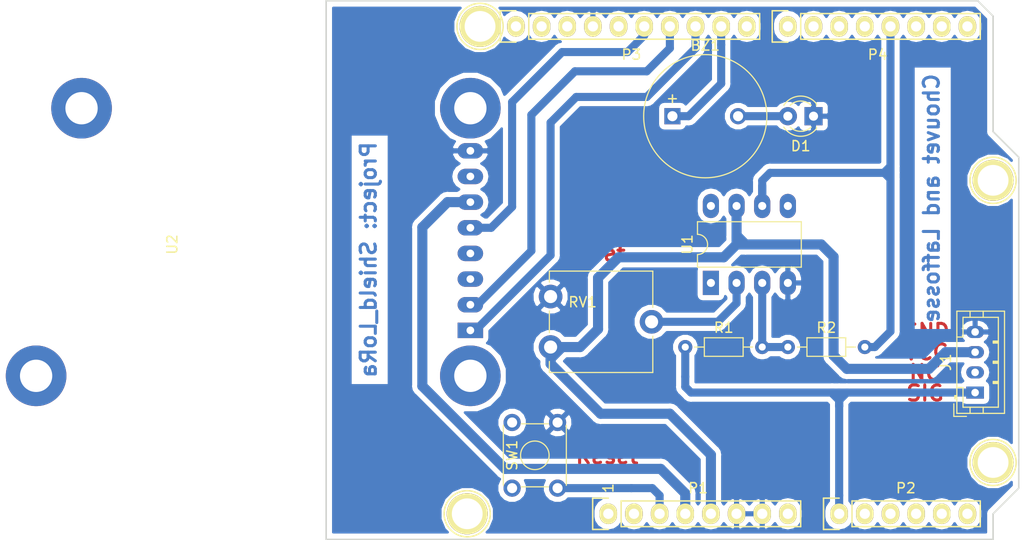
<source format=kicad_pcb>
(kicad_pcb (version 20171130) (host pcbnew "(5.0.0)")

  (general
    (thickness 1.6)
    (drawings 36)
    (tracks 103)
    (zones 0)
    (modules 17)
    (nets 45)
  )

  (page A4)
  (title_block
    (date "lun. 30 mars 2015")
  )

  (layers
    (0 F.Cu signal)
    (31 B.Cu signal)
    (32 B.Adhes user)
    (33 F.Adhes user)
    (34 B.Paste user)
    (35 F.Paste user)
    (36 B.SilkS user)
    (37 F.SilkS user)
    (38 B.Mask user)
    (39 F.Mask user)
    (40 Dwgs.User user)
    (41 Cmts.User user)
    (42 Eco1.User user)
    (43 Eco2.User user)
    (44 Edge.Cuts user)
    (45 Margin user)
    (46 B.CrtYd user)
    (47 F.CrtYd user)
    (48 B.Fab user)
    (49 F.Fab user)
  )

  (setup
    (last_trace_width 0.8)
    (trace_clearance 0.4)
    (zone_clearance 0.508)
    (zone_45_only no)
    (trace_min 0.2)
    (segment_width 0.15)
    (edge_width 0.15)
    (via_size 1.6)
    (via_drill 0.8)
    (via_min_size 0.4)
    (via_min_drill 0.3)
    (uvia_size 0.3)
    (uvia_drill 0.1)
    (uvias_allowed no)
    (uvia_min_size 0.2)
    (uvia_min_drill 0.1)
    (pcb_text_width 0.3)
    (pcb_text_size 1.5 1.5)
    (mod_edge_width 0.15)
    (mod_text_size 1 1)
    (mod_text_width 0.15)
    (pad_size 4.064 4.064)
    (pad_drill 3.048)
    (pad_to_mask_clearance 0)
    (aux_axis_origin 110.998 126.365)
    (grid_origin 110.998 126.365)
    (visible_elements 7FFFFFFF)
    (pcbplotparams
      (layerselection 0x00030_80000001)
      (usegerberextensions false)
      (usegerberattributes false)
      (usegerberadvancedattributes false)
      (creategerberjobfile false)
      (excludeedgelayer true)
      (linewidth 0.100000)
      (plotframeref false)
      (viasonmask false)
      (mode 1)
      (useauxorigin false)
      (hpglpennumber 1)
      (hpglpenspeed 20)
      (hpglpendiameter 15.000000)
      (psnegative false)
      (psa4output false)
      (plotreference true)
      (plotvalue true)
      (plotinvisibletext false)
      (padsonsilk false)
      (subtractmaskfromsilk false)
      (outputformat 1)
      (mirror false)
      (drillshape 1)
      (scaleselection 1)
      (outputdirectory ""))
  )

  (net 0 "")
  (net 1 /IOREF)
  (net 2 /Reset)
  (net 3 /Vin)
  (net 4 /A1)
  (net 5 /A2)
  (net 6 /A3)
  (net 7 /AREF)
  (net 8 "/A4(SDA)")
  (net 9 "/A5(SCL)")
  (net 10 "/9(**)")
  (net 11 /8)
  (net 12 /7)
  (net 13 "/6(**)")
  (net 14 "/5(**)")
  (net 15 /4)
  (net 16 "/3(**)")
  (net 17 /2)
  (net 18 "/1(Tx)")
  (net 19 "/0(Rx)")
  (net 20 "Net-(P5-Pad1)")
  (net 21 "Net-(P6-Pad1)")
  (net 22 "Net-(P7-Pad1)")
  (net 23 "Net-(P8-Pad1)")
  (net 24 "/13(SCK)")
  (net 25 "/10(**/SS)")
  (net 26 "Net-(P1-Pad1)")
  (net 27 +3V3)
  (net 28 "/12(MISO)")
  (net 29 "/11(**/MOSI)")
  (net 30 "Net-(BZ1-Pad2)")
  (net 31 "Net-(J1-Pad2)")
  (net 32 "Net-(R1-Pad2)")
  (net 33 "Net-(RV1-Pad2)")
  (net 34 "Net-(U1-Pad1)")
  (net 35 "Net-(U1-Pad5)")
  (net 36 "Net-(U1-Pad8)")
  (net 37 "Net-(SW1-Pad1)")
  (net 38 "Net-(SW1-Pad2)")
  (net 39 "Net-(U2-Pad3)")
  (net 40 "Net-(U2-Pad4)")
  (net 41 "Net-(U2-Pad7)")
  (net 42 GND)
  (net 43 /A0)
  (net 44 +5V)

  (net_class Default "This is the default net class."
    (clearance 0.4)
    (trace_width 0.8)
    (via_dia 1.6)
    (via_drill 0.8)
    (uvia_dia 0.3)
    (uvia_drill 0.1)
    (add_net "/0(Rx)")
    (add_net "/1(Tx)")
    (add_net "/10(**/SS)")
    (add_net "/11(**/MOSI)")
    (add_net "/12(MISO)")
    (add_net "/13(SCK)")
    (add_net /2)
    (add_net "/3(**)")
    (add_net /4)
    (add_net "/5(**)")
    (add_net "/6(**)")
    (add_net /7)
    (add_net /8)
    (add_net "/9(**)")
    (add_net /A0)
    (add_net /A1)
    (add_net /A2)
    (add_net /A3)
    (add_net "/A4(SDA)")
    (add_net "/A5(SCL)")
    (add_net /AREF)
    (add_net /IOREF)
    (add_net /Reset)
    (add_net "Net-(BZ1-Pad2)")
    (add_net "Net-(J1-Pad2)")
    (add_net "Net-(P1-Pad1)")
    (add_net "Net-(P5-Pad1)")
    (add_net "Net-(P6-Pad1)")
    (add_net "Net-(P7-Pad1)")
    (add_net "Net-(P8-Pad1)")
    (add_net "Net-(R1-Pad2)")
    (add_net "Net-(RV1-Pad2)")
    (add_net "Net-(SW1-Pad1)")
    (add_net "Net-(SW1-Pad2)")
    (add_net "Net-(U1-Pad1)")
    (add_net "Net-(U1-Pad5)")
    (add_net "Net-(U1-Pad8)")
    (add_net "Net-(U2-Pad3)")
    (add_net "Net-(U2-Pad4)")
    (add_net "Net-(U2-Pad7)")
  )

  (net_class POWER ""
    (clearance 0.4)
    (trace_width 1)
    (via_dia 1.6)
    (via_drill 0.8)
    (uvia_dia 0.3)
    (uvia_drill 0.1)
    (add_net +3V3)
    (add_net +5V)
    (add_net /Vin)
    (add_net GND)
  )

  (module LED_THT:LED_D3.0mm (layer F.Cu) (tedit 587A3A7B) (tstamp 5BDA7B21)
    (at 159.258 84.455 180)
    (descr "LED, diameter 3.0mm, 2 pins")
    (tags "LED diameter 3.0mm 2 pins")
    (path /5BC5E652)
    (fp_text reference D1 (at 1.27 -2.96 180) (layer F.SilkS)
      (effects (font (size 1 1) (thickness 0.15)))
    )
    (fp_text value LED (at 1.27 2.96 180) (layer F.Fab)
      (effects (font (size 1 1) (thickness 0.15)))
    )
    (fp_arc (start 1.27 0) (end -0.23 -1.16619) (angle 284.3) (layer F.Fab) (width 0.1))
    (fp_arc (start 1.27 0) (end -0.29 -1.235516) (angle 108.8) (layer F.SilkS) (width 0.12))
    (fp_arc (start 1.27 0) (end -0.29 1.235516) (angle -108.8) (layer F.SilkS) (width 0.12))
    (fp_arc (start 1.27 0) (end 0.229039 -1.08) (angle 87.9) (layer F.SilkS) (width 0.12))
    (fp_arc (start 1.27 0) (end 0.229039 1.08) (angle -87.9) (layer F.SilkS) (width 0.12))
    (fp_circle (center 1.27 0) (end 2.77 0) (layer F.Fab) (width 0.1))
    (fp_line (start -0.23 -1.16619) (end -0.23 1.16619) (layer F.Fab) (width 0.1))
    (fp_line (start -0.29 -1.236) (end -0.29 -1.08) (layer F.SilkS) (width 0.12))
    (fp_line (start -0.29 1.08) (end -0.29 1.236) (layer F.SilkS) (width 0.12))
    (fp_line (start -1.15 -2.25) (end -1.15 2.25) (layer F.CrtYd) (width 0.05))
    (fp_line (start -1.15 2.25) (end 3.7 2.25) (layer F.CrtYd) (width 0.05))
    (fp_line (start 3.7 2.25) (end 3.7 -2.25) (layer F.CrtYd) (width 0.05))
    (fp_line (start 3.7 -2.25) (end -1.15 -2.25) (layer F.CrtYd) (width 0.05))
    (pad 1 thru_hole rect (at 0 0 180) (size 1.8 1.8) (drill 0.9) (layers *.Cu *.Mask)
      (net 42 GND))
    (pad 2 thru_hole circle (at 2.54 0 180) (size 1.8 1.8) (drill 0.9) (layers *.Cu *.Mask)
      (net 30 "Net-(BZ1-Pad2)"))
    (model ${KISYS3DMOD}/LED_THT.3dshapes/LED_D3.0mm.wrl
      (at (xyz 0 0 0))
      (scale (xyz 1 1 1))
      (rotate (xyz 0 0 0))
    )
  )

  (module Socket_Arduino_Uno:Socket_Strip_Arduino_1x08 locked (layer F.Cu) (tedit 552168D2) (tstamp 551AF9EA)
    (at 138.938 123.825)
    (descr "Through hole socket strip")
    (tags "socket strip")
    (path /56D70129)
    (fp_text reference P1 (at 8.89 -2.54) (layer F.SilkS)
      (effects (font (size 1 1) (thickness 0.15)))
    )
    (fp_text value Power (at 8.89 -4.064) (layer F.Fab)
      (effects (font (size 1 1) (thickness 0.15)))
    )
    (fp_line (start -1.75 -1.75) (end -1.75 1.75) (layer F.CrtYd) (width 0.05))
    (fp_line (start 19.55 -1.75) (end 19.55 1.75) (layer F.CrtYd) (width 0.05))
    (fp_line (start -1.75 -1.75) (end 19.55 -1.75) (layer F.CrtYd) (width 0.05))
    (fp_line (start -1.75 1.75) (end 19.55 1.75) (layer F.CrtYd) (width 0.05))
    (fp_line (start 1.27 1.27) (end 19.05 1.27) (layer F.SilkS) (width 0.15))
    (fp_line (start 19.05 1.27) (end 19.05 -1.27) (layer F.SilkS) (width 0.15))
    (fp_line (start 19.05 -1.27) (end 1.27 -1.27) (layer F.SilkS) (width 0.15))
    (fp_line (start -1.55 1.55) (end 0 1.55) (layer F.SilkS) (width 0.15))
    (fp_line (start 1.27 1.27) (end 1.27 -1.27) (layer F.SilkS) (width 0.15))
    (fp_line (start 0 -1.55) (end -1.55 -1.55) (layer F.SilkS) (width 0.15))
    (fp_line (start -1.55 -1.55) (end -1.55 1.55) (layer F.SilkS) (width 0.15))
    (pad 1 thru_hole oval (at 0 0) (size 1.7272 2.032) (drill 1.016) (layers *.Cu *.Mask F.SilkS)
      (net 26 "Net-(P1-Pad1)"))
    (pad 2 thru_hole oval (at 2.54 0) (size 1.7272 2.032) (drill 1.016) (layers *.Cu *.Mask F.SilkS)
      (net 1 /IOREF))
    (pad 3 thru_hole oval (at 5.08 0) (size 1.7272 2.032) (drill 1.016) (layers *.Cu *.Mask F.SilkS)
      (net 2 /Reset))
    (pad 4 thru_hole oval (at 7.62 0) (size 1.7272 2.032) (drill 1.016) (layers *.Cu *.Mask F.SilkS)
      (net 27 +3V3))
    (pad 5 thru_hole oval (at 10.16 0) (size 1.7272 2.032) (drill 1.016) (layers *.Cu *.Mask F.SilkS)
      (net 44 +5V))
    (pad 6 thru_hole oval (at 12.7 0) (size 1.7272 2.032) (drill 1.016) (layers *.Cu *.Mask F.SilkS)
      (net 42 GND))
    (pad 7 thru_hole oval (at 15.24 0) (size 1.7272 2.032) (drill 1.016) (layers *.Cu *.Mask F.SilkS)
      (net 42 GND))
    (pad 8 thru_hole oval (at 17.78 0) (size 1.7272 2.032) (drill 1.016) (layers *.Cu *.Mask F.SilkS)
      (net 3 /Vin))
    (model ${KIPRJMOD}/Socket_Arduino_Uno.3dshapes/Socket_header_Arduino_1x08.wrl
      (offset (xyz 8.889999866485596 0 0))
      (scale (xyz 1 1 1))
      (rotate (xyz 0 0 180))
    )
  )

  (module Socket_Arduino_Uno:Socket_Strip_Arduino_1x06 locked (layer F.Cu) (tedit 552168D6) (tstamp 551AF9FF)
    (at 161.798 123.825)
    (descr "Through hole socket strip")
    (tags "socket strip")
    (path /56D70DD8)
    (fp_text reference P2 (at 6.604 -2.54) (layer F.SilkS)
      (effects (font (size 1 1) (thickness 0.15)))
    )
    (fp_text value Analog (at 6.604 -4.064) (layer F.Fab)
      (effects (font (size 1 1) (thickness 0.15)))
    )
    (fp_line (start -1.75 -1.75) (end -1.75 1.75) (layer F.CrtYd) (width 0.05))
    (fp_line (start 14.45 -1.75) (end 14.45 1.75) (layer F.CrtYd) (width 0.05))
    (fp_line (start -1.75 -1.75) (end 14.45 -1.75) (layer F.CrtYd) (width 0.05))
    (fp_line (start -1.75 1.75) (end 14.45 1.75) (layer F.CrtYd) (width 0.05))
    (fp_line (start 1.27 1.27) (end 13.97 1.27) (layer F.SilkS) (width 0.15))
    (fp_line (start 13.97 1.27) (end 13.97 -1.27) (layer F.SilkS) (width 0.15))
    (fp_line (start 13.97 -1.27) (end 1.27 -1.27) (layer F.SilkS) (width 0.15))
    (fp_line (start -1.55 1.55) (end 0 1.55) (layer F.SilkS) (width 0.15))
    (fp_line (start 1.27 1.27) (end 1.27 -1.27) (layer F.SilkS) (width 0.15))
    (fp_line (start 0 -1.55) (end -1.55 -1.55) (layer F.SilkS) (width 0.15))
    (fp_line (start -1.55 -1.55) (end -1.55 1.55) (layer F.SilkS) (width 0.15))
    (pad 1 thru_hole oval (at 0 0) (size 1.7272 2.032) (drill 1.016) (layers *.Cu *.Mask F.SilkS)
      (net 43 /A0))
    (pad 2 thru_hole oval (at 2.54 0) (size 1.7272 2.032) (drill 1.016) (layers *.Cu *.Mask F.SilkS)
      (net 4 /A1))
    (pad 3 thru_hole oval (at 5.08 0) (size 1.7272 2.032) (drill 1.016) (layers *.Cu *.Mask F.SilkS)
      (net 5 /A2))
    (pad 4 thru_hole oval (at 7.62 0) (size 1.7272 2.032) (drill 1.016) (layers *.Cu *.Mask F.SilkS)
      (net 6 /A3))
    (pad 5 thru_hole oval (at 10.16 0) (size 1.7272 2.032) (drill 1.016) (layers *.Cu *.Mask F.SilkS)
      (net 8 "/A4(SDA)"))
    (pad 6 thru_hole oval (at 12.7 0) (size 1.7272 2.032) (drill 1.016) (layers *.Cu *.Mask F.SilkS)
      (net 9 "/A5(SCL)"))
    (model ${KIPRJMOD}/Socket_Arduino_Uno.3dshapes/Socket_header_Arduino_1x06.wrl
      (offset (xyz 6.349999904632568 0 0))
      (scale (xyz 1 1 1))
      (rotate (xyz 0 0 180))
    )
  )

  (module Socket_Arduino_Uno:Socket_Strip_Arduino_1x10 locked (layer F.Cu) (tedit 552168BF) (tstamp 551AFA18)
    (at 129.794 75.565)
    (descr "Through hole socket strip")
    (tags "socket strip")
    (path /56D721E0)
    (fp_text reference P3 (at 11.43 2.794) (layer F.SilkS)
      (effects (font (size 1 1) (thickness 0.15)))
    )
    (fp_text value Digital (at 11.43 4.318) (layer F.Fab)
      (effects (font (size 1 1) (thickness 0.15)))
    )
    (fp_line (start -1.75 -1.75) (end -1.75 1.75) (layer F.CrtYd) (width 0.05))
    (fp_line (start 24.65 -1.75) (end 24.65 1.75) (layer F.CrtYd) (width 0.05))
    (fp_line (start -1.75 -1.75) (end 24.65 -1.75) (layer F.CrtYd) (width 0.05))
    (fp_line (start -1.75 1.75) (end 24.65 1.75) (layer F.CrtYd) (width 0.05))
    (fp_line (start 1.27 1.27) (end 24.13 1.27) (layer F.SilkS) (width 0.15))
    (fp_line (start 24.13 1.27) (end 24.13 -1.27) (layer F.SilkS) (width 0.15))
    (fp_line (start 24.13 -1.27) (end 1.27 -1.27) (layer F.SilkS) (width 0.15))
    (fp_line (start -1.55 1.55) (end 0 1.55) (layer F.SilkS) (width 0.15))
    (fp_line (start 1.27 1.27) (end 1.27 -1.27) (layer F.SilkS) (width 0.15))
    (fp_line (start 0 -1.55) (end -1.55 -1.55) (layer F.SilkS) (width 0.15))
    (fp_line (start -1.55 -1.55) (end -1.55 1.55) (layer F.SilkS) (width 0.15))
    (pad 1 thru_hole oval (at 0 0) (size 1.7272 2.032) (drill 1.016) (layers *.Cu *.Mask F.SilkS)
      (net 9 "/A5(SCL)"))
    (pad 2 thru_hole oval (at 2.54 0) (size 1.7272 2.032) (drill 1.016) (layers *.Cu *.Mask F.SilkS)
      (net 8 "/A4(SDA)"))
    (pad 3 thru_hole oval (at 5.08 0) (size 1.7272 2.032) (drill 1.016) (layers *.Cu *.Mask F.SilkS)
      (net 7 /AREF))
    (pad 4 thru_hole oval (at 7.62 0) (size 1.7272 2.032) (drill 1.016) (layers *.Cu *.Mask F.SilkS)
      (net 42 GND))
    (pad 5 thru_hole oval (at 10.16 0) (size 1.7272 2.032) (drill 1.016) (layers *.Cu *.Mask F.SilkS)
      (net 24 "/13(SCK)"))
    (pad 6 thru_hole oval (at 12.7 0) (size 1.7272 2.032) (drill 1.016) (layers *.Cu *.Mask F.SilkS)
      (net 28 "/12(MISO)"))
    (pad 7 thru_hole oval (at 15.24 0) (size 1.7272 2.032) (drill 1.016) (layers *.Cu *.Mask F.SilkS)
      (net 29 "/11(**/MOSI)"))
    (pad 8 thru_hole oval (at 17.78 0) (size 1.7272 2.032) (drill 1.016) (layers *.Cu *.Mask F.SilkS)
      (net 25 "/10(**/SS)"))
    (pad 9 thru_hole oval (at 20.32 0) (size 1.7272 2.032) (drill 1.016) (layers *.Cu *.Mask F.SilkS)
      (net 10 "/9(**)"))
    (pad 10 thru_hole oval (at 22.86 0) (size 1.7272 2.032) (drill 1.016) (layers *.Cu *.Mask F.SilkS)
      (net 11 /8))
    (model ${KIPRJMOD}/Socket_Arduino_Uno.3dshapes/Socket_header_Arduino_1x10.wrl
      (offset (xyz 11.42999982833862 0 0))
      (scale (xyz 1 1 1))
      (rotate (xyz 0 0 180))
    )
  )

  (module Socket_Arduino_Uno:Socket_Strip_Arduino_1x08 locked (layer F.Cu) (tedit 552168C7) (tstamp 551AFA2F)
    (at 156.718 75.565)
    (descr "Through hole socket strip")
    (tags "socket strip")
    (path /56D7164F)
    (fp_text reference P4 (at 8.89 2.794) (layer F.SilkS)
      (effects (font (size 1 1) (thickness 0.15)))
    )
    (fp_text value Digital (at 8.89 4.318) (layer F.Fab)
      (effects (font (size 1 1) (thickness 0.15)))
    )
    (fp_line (start -1.75 -1.75) (end -1.75 1.75) (layer F.CrtYd) (width 0.05))
    (fp_line (start 19.55 -1.75) (end 19.55 1.75) (layer F.CrtYd) (width 0.05))
    (fp_line (start -1.75 -1.75) (end 19.55 -1.75) (layer F.CrtYd) (width 0.05))
    (fp_line (start -1.75 1.75) (end 19.55 1.75) (layer F.CrtYd) (width 0.05))
    (fp_line (start 1.27 1.27) (end 19.05 1.27) (layer F.SilkS) (width 0.15))
    (fp_line (start 19.05 1.27) (end 19.05 -1.27) (layer F.SilkS) (width 0.15))
    (fp_line (start 19.05 -1.27) (end 1.27 -1.27) (layer F.SilkS) (width 0.15))
    (fp_line (start -1.55 1.55) (end 0 1.55) (layer F.SilkS) (width 0.15))
    (fp_line (start 1.27 1.27) (end 1.27 -1.27) (layer F.SilkS) (width 0.15))
    (fp_line (start 0 -1.55) (end -1.55 -1.55) (layer F.SilkS) (width 0.15))
    (fp_line (start -1.55 -1.55) (end -1.55 1.55) (layer F.SilkS) (width 0.15))
    (pad 1 thru_hole oval (at 0 0) (size 1.7272 2.032) (drill 1.016) (layers *.Cu *.Mask F.SilkS)
      (net 12 /7))
    (pad 2 thru_hole oval (at 2.54 0) (size 1.7272 2.032) (drill 1.016) (layers *.Cu *.Mask F.SilkS)
      (net 13 "/6(**)"))
    (pad 3 thru_hole oval (at 5.08 0) (size 1.7272 2.032) (drill 1.016) (layers *.Cu *.Mask F.SilkS)
      (net 14 "/5(**)"))
    (pad 4 thru_hole oval (at 7.62 0) (size 1.7272 2.032) (drill 1.016) (layers *.Cu *.Mask F.SilkS)
      (net 15 /4))
    (pad 5 thru_hole oval (at 10.16 0) (size 1.7272 2.032) (drill 1.016) (layers *.Cu *.Mask F.SilkS)
      (net 16 "/3(**)"))
    (pad 6 thru_hole oval (at 12.7 0) (size 1.7272 2.032) (drill 1.016) (layers *.Cu *.Mask F.SilkS)
      (net 17 /2))
    (pad 7 thru_hole oval (at 15.24 0) (size 1.7272 2.032) (drill 1.016) (layers *.Cu *.Mask F.SilkS)
      (net 18 "/1(Tx)"))
    (pad 8 thru_hole oval (at 17.78 0) (size 1.7272 2.032) (drill 1.016) (layers *.Cu *.Mask F.SilkS)
      (net 19 "/0(Rx)"))
    (model ${KIPRJMOD}/Socket_Arduino_Uno.3dshapes/Socket_header_Arduino_1x08.wrl
      (offset (xyz 8.889999866485596 0 0))
      (scale (xyz 1 1 1))
      (rotate (xyz 0 0 180))
    )
  )

  (module Socket_Arduino_Uno:Arduino_1pin locked (layer F.Cu) (tedit 5524FC39) (tstamp 5524FC3F)
    (at 124.968 123.825)
    (descr "module 1 pin (ou trou mecanique de percage)")
    (tags DEV)
    (path /56D71177)
    (fp_text reference P5 (at 0 -3.048) (layer F.SilkS) hide
      (effects (font (size 1 1) (thickness 0.15)))
    )
    (fp_text value CONN_01X01 (at 0 2.794) (layer F.Fab) hide
      (effects (font (size 1 1) (thickness 0.15)))
    )
    (fp_circle (center 0 0) (end 0 -2.286) (layer F.SilkS) (width 0.15))
    (pad 1 thru_hole circle (at 0 0) (size 4.064 4.064) (drill 3.048) (layers *.Cu *.Mask F.SilkS)
      (net 20 "Net-(P5-Pad1)"))
  )

  (module Socket_Arduino_Uno:Arduino_1pin locked (layer F.Cu) (tedit 5524FC4A) (tstamp 5524FC44)
    (at 177.038 118.745)
    (descr "module 1 pin (ou trou mecanique de percage)")
    (tags DEV)
    (path /56D71274)
    (fp_text reference P6 (at 0 -3.048) (layer F.SilkS) hide
      (effects (font (size 1 1) (thickness 0.15)))
    )
    (fp_text value CONN_01X01 (at 0 2.794) (layer F.Fab) hide
      (effects (font (size 1 1) (thickness 0.15)))
    )
    (fp_circle (center 0 0) (end 0 -2.286) (layer F.SilkS) (width 0.15))
    (pad 1 thru_hole circle (at 0 0) (size 4.064 4.064) (drill 3.048) (layers *.Cu *.Mask F.SilkS)
      (net 21 "Net-(P6-Pad1)"))
  )

  (module Socket_Arduino_Uno:Arduino_1pin locked (layer F.Cu) (tedit 5524FC2F) (tstamp 5524FC49)
    (at 126.238 75.565)
    (descr "module 1 pin (ou trou mecanique de percage)")
    (tags DEV)
    (path /56D712A8)
    (fp_text reference P7 (at 0 -3.048) (layer F.SilkS) hide
      (effects (font (size 1 1) (thickness 0.15)))
    )
    (fp_text value CONN_01X01 (at 0 2.794) (layer F.Fab) hide
      (effects (font (size 1 1) (thickness 0.15)))
    )
    (fp_circle (center 0 0) (end 0 -2.286) (layer F.SilkS) (width 0.15))
    (pad 1 thru_hole circle (at 0 0) (size 4.064 4.064) (drill 3.048) (layers *.Cu *.Mask F.SilkS)
      (net 22 "Net-(P7-Pad1)"))
  )

  (module Socket_Arduino_Uno:Arduino_1pin locked (layer F.Cu) (tedit 5524FC41) (tstamp 5524FC4E)
    (at 177.038 90.805)
    (descr "module 1 pin (ou trou mecanique de percage)")
    (tags DEV)
    (path /56D712DB)
    (fp_text reference P8 (at 0 -3.048) (layer F.SilkS) hide
      (effects (font (size 1 1) (thickness 0.15)))
    )
    (fp_text value CONN_01X01 (at 0 2.794) (layer F.Fab) hide
      (effects (font (size 1 1) (thickness 0.15)))
    )
    (fp_circle (center 0 0) (end 0 -2.286) (layer F.SilkS) (width 0.15))
    (pad 1 thru_hole circle (at 0 0) (size 4.064 4.064) (drill 3.048) (layers *.Cu *.Mask F.SilkS)
      (net 23 "Net-(P8-Pad1)"))
  )

  (module Buzzer_Beeper:MagneticBuzzer_ProSignal_ABT-410-RC (layer F.Cu) (tedit 5BD9C814) (tstamp 5BDA7A25)
    (at 145.288 84.455)
    (descr "Buzzer, Elektromagnetic Beeper, Summer, 1,5V-DC,")
    (tags "Pro Signal ABT-410-RC ")
    (path /5BC58782)
    (fp_text reference BZ1 (at 3.25 -7) (layer F.SilkS)
      (effects (font (size 1 1) (thickness 0.15)))
    )
    (fp_text value Buzzer (at -4.445 0.254) (layer F.Fab)
      (effects (font (size 1 1) (thickness 0.15)))
    )
    (fp_text user + (at 0 -1.8) (layer F.Fab)
      (effects (font (size 1 1) (thickness 0.15)))
    )
    (fp_circle (center 3.25 0) (end 9.5 0) (layer F.CrtYd) (width 0.05))
    (fp_circle (center 3.25 0) (end 9.35 0) (layer F.SilkS) (width 0.12))
    (fp_text user + (at 0 -1.8) (layer F.SilkS)
      (effects (font (size 1 1) (thickness 0.15)))
    )
    (fp_text user %R (at 3.25 -7) (layer F.Fab)
      (effects (font (size 1 1) (thickness 0.15)))
    )
    (fp_circle (center 3.25 0) (end 4.4 0) (layer F.Fab) (width 0.1))
    (fp_circle (center 3.25 0) (end 9.25 0) (layer F.Fab) (width 0.1))
    (pad 1 thru_hole rect (at 0 0) (size 1.6 1.6) (drill 1) (layers *.Cu *.Mask)
      (net 10 "/9(**)"))
    (pad 2 thru_hole circle (at 6.5 0) (size 1.6 1.6) (drill 1) (layers *.Cu *.Mask)
      (net 30 "Net-(BZ1-Pad2)"))
    (model ${KISYS3DMOD}/Buzzer_Beeper.3dshapes/MagneticBuzzer_ProSignal_ABT-410-RC.wrl
      (at (xyz 0 0 0))
      (scale (xyz 1 1 1))
      (rotate (xyz 0 0 0))
    )
  )

  (module Resistor_THT:R_Axial_DIN0204_L3.6mm_D1.6mm_P7.62mm_Horizontal (layer F.Cu) (tedit 5AE5139B) (tstamp 5BDA7AE3)
    (at 146.558 107.315)
    (descr "Resistor, Axial_DIN0204 series, Axial, Horizontal, pin pitch=7.62mm, 0.167W, length*diameter=3.6*1.6mm^2, http://cdn-reichelt.de/documents/datenblatt/B400/1_4W%23YAG.pdf")
    (tags "Resistor Axial_DIN0204 series Axial Horizontal pin pitch 7.62mm 0.167W length 3.6mm diameter 1.6mm")
    (path /5BC6C946)
    (fp_text reference R1 (at 3.81 -1.92) (layer F.SilkS)
      (effects (font (size 1 1) (thickness 0.15)))
    )
    (fp_text value 4.7k (at 3.81 1.92) (layer F.Fab)
      (effects (font (size 1 1) (thickness 0.15)))
    )
    (fp_line (start 2.01 -0.8) (end 2.01 0.8) (layer F.Fab) (width 0.1))
    (fp_line (start 2.01 0.8) (end 5.61 0.8) (layer F.Fab) (width 0.1))
    (fp_line (start 5.61 0.8) (end 5.61 -0.8) (layer F.Fab) (width 0.1))
    (fp_line (start 5.61 -0.8) (end 2.01 -0.8) (layer F.Fab) (width 0.1))
    (fp_line (start 0 0) (end 2.01 0) (layer F.Fab) (width 0.1))
    (fp_line (start 7.62 0) (end 5.61 0) (layer F.Fab) (width 0.1))
    (fp_line (start 1.89 -0.92) (end 1.89 0.92) (layer F.SilkS) (width 0.12))
    (fp_line (start 1.89 0.92) (end 5.73 0.92) (layer F.SilkS) (width 0.12))
    (fp_line (start 5.73 0.92) (end 5.73 -0.92) (layer F.SilkS) (width 0.12))
    (fp_line (start 5.73 -0.92) (end 1.89 -0.92) (layer F.SilkS) (width 0.12))
    (fp_line (start 0.94 0) (end 1.89 0) (layer F.SilkS) (width 0.12))
    (fp_line (start 6.68 0) (end 5.73 0) (layer F.SilkS) (width 0.12))
    (fp_line (start -0.95 -1.05) (end -0.95 1.05) (layer F.CrtYd) (width 0.05))
    (fp_line (start -0.95 1.05) (end 8.57 1.05) (layer F.CrtYd) (width 0.05))
    (fp_line (start 8.57 1.05) (end 8.57 -1.05) (layer F.CrtYd) (width 0.05))
    (fp_line (start 8.57 -1.05) (end -0.95 -1.05) (layer F.CrtYd) (width 0.05))
    (fp_text user %R (at 3.81 0) (layer F.Fab)
      (effects (font (size 0.72 0.72) (thickness 0.108)))
    )
    (pad 1 thru_hole circle (at 0 0) (size 1.4 1.4) (drill 0.7) (layers *.Cu *.Mask)
      (net 43 /A0))
    (pad 2 thru_hole oval (at 7.62 0) (size 1.4 1.4) (drill 0.7) (layers *.Cu *.Mask)
      (net 32 "Net-(R1-Pad2)"))
    (model ${KISYS3DMOD}/Resistor_THT.3dshapes/R_Axial_DIN0204_L3.6mm_D1.6mm_P7.62mm_Horizontal.wrl
      (at (xyz 0 0 0))
      (scale (xyz 1 1 1))
      (rotate (xyz 0 0 0))
    )
  )

  (module Resistor_THT:R_Axial_DIN0204_L3.6mm_D1.6mm_P7.62mm_Horizontal (layer F.Cu) (tedit 5AE5139B) (tstamp 5BDA7A53)
    (at 156.718 107.315)
    (descr "Resistor, Axial_DIN0204 series, Axial, Horizontal, pin pitch=7.62mm, 0.167W, length*diameter=3.6*1.6mm^2, http://cdn-reichelt.de/documents/datenblatt/B400/1_4W%23YAG.pdf")
    (tags "Resistor Axial_DIN0204 series Axial Horizontal pin pitch 7.62mm 0.167W length 3.6mm diameter 1.6mm")
    (path /5BC6C9EF)
    (fp_text reference R2 (at 3.81 -1.92) (layer F.SilkS)
      (effects (font (size 1 1) (thickness 0.15)))
    )
    (fp_text value 100k (at 3.81 1.92) (layer F.Fab)
      (effects (font (size 1 1) (thickness 0.15)))
    )
    (fp_text user %R (at 3.81 0) (layer F.Fab)
      (effects (font (size 0.72 0.72) (thickness 0.108)))
    )
    (fp_line (start 8.57 -1.05) (end -0.95 -1.05) (layer F.CrtYd) (width 0.05))
    (fp_line (start 8.57 1.05) (end 8.57 -1.05) (layer F.CrtYd) (width 0.05))
    (fp_line (start -0.95 1.05) (end 8.57 1.05) (layer F.CrtYd) (width 0.05))
    (fp_line (start -0.95 -1.05) (end -0.95 1.05) (layer F.CrtYd) (width 0.05))
    (fp_line (start 6.68 0) (end 5.73 0) (layer F.SilkS) (width 0.12))
    (fp_line (start 0.94 0) (end 1.89 0) (layer F.SilkS) (width 0.12))
    (fp_line (start 5.73 -0.92) (end 1.89 -0.92) (layer F.SilkS) (width 0.12))
    (fp_line (start 5.73 0.92) (end 5.73 -0.92) (layer F.SilkS) (width 0.12))
    (fp_line (start 1.89 0.92) (end 5.73 0.92) (layer F.SilkS) (width 0.12))
    (fp_line (start 1.89 -0.92) (end 1.89 0.92) (layer F.SilkS) (width 0.12))
    (fp_line (start 7.62 0) (end 5.61 0) (layer F.Fab) (width 0.1))
    (fp_line (start 0 0) (end 2.01 0) (layer F.Fab) (width 0.1))
    (fp_line (start 5.61 -0.8) (end 2.01 -0.8) (layer F.Fab) (width 0.1))
    (fp_line (start 5.61 0.8) (end 5.61 -0.8) (layer F.Fab) (width 0.1))
    (fp_line (start 2.01 0.8) (end 5.61 0.8) (layer F.Fab) (width 0.1))
    (fp_line (start 2.01 -0.8) (end 2.01 0.8) (layer F.Fab) (width 0.1))
    (pad 2 thru_hole oval (at 7.62 0) (size 1.4 1.4) (drill 0.7) (layers *.Cu *.Mask)
      (net 16 "/3(**)"))
    (pad 1 thru_hole circle (at 0 0) (size 1.4 1.4) (drill 0.7) (layers *.Cu *.Mask)
      (net 32 "Net-(R1-Pad2)"))
    (model ${KISYS3DMOD}/Resistor_THT.3dshapes/R_Axial_DIN0204_L3.6mm_D1.6mm_P7.62mm_Horizontal.wrl
      (at (xyz 0 0 0))
      (scale (xyz 1 1 1))
      (rotate (xyz 0 0 0))
    )
  )

  (module Potentiometer_THT:Potentiometer_ACP_CA9-V10_Vertical (layer F.Cu) (tedit 5A3D4994) (tstamp 5BDA79EB)
    (at 133.223 107.315)
    (descr "Potentiometer, vertical, ACP CA9-V10, http://www.acptechnologies.com/wp-content/uploads/2017/05/02-ACP-CA9-CE9.pdf")
    (tags "Potentiometer vertical ACP CA9-V10")
    (path /5BC59E42)
    (fp_text reference RV1 (at 3.175 -4.445) (layer F.SilkS)
      (effects (font (size 1 1) (thickness 0.15)))
    )
    (fp_text value 10k (at 5 3.65) (layer F.Fab)
      (effects (font (size 1 1) (thickness 0.15)))
    )
    (fp_circle (center 5 -2.5) (end 6.05 -2.5) (layer F.Fab) (width 0.1))
    (fp_line (start 0 -7.4) (end 0 2.4) (layer F.Fab) (width 0.1))
    (fp_line (start 0 2.4) (end 10 2.4) (layer F.Fab) (width 0.1))
    (fp_line (start 10 2.4) (end 10 -7.4) (layer F.Fab) (width 0.1))
    (fp_line (start 10 -7.4) (end 0 -7.4) (layer F.Fab) (width 0.1))
    (fp_line (start -0.12 -7.521) (end 10.12 -7.521) (layer F.SilkS) (width 0.12))
    (fp_line (start -0.12 2.52) (end 10.12 2.52) (layer F.SilkS) (width 0.12))
    (fp_line (start -0.12 -7.521) (end -0.12 -6.426) (layer F.SilkS) (width 0.12))
    (fp_line (start -0.12 -3.574) (end -0.12 -1.425) (layer F.SilkS) (width 0.12))
    (fp_line (start -0.12 1.425) (end -0.12 2.52) (layer F.SilkS) (width 0.12))
    (fp_line (start 10.12 -7.521) (end 10.12 -3.925) (layer F.SilkS) (width 0.12))
    (fp_line (start 10.12 -1.075) (end 10.12 2.52) (layer F.SilkS) (width 0.12))
    (fp_line (start -1.45 -7.65) (end -1.45 2.7) (layer F.CrtYd) (width 0.05))
    (fp_line (start -1.45 2.7) (end 11.45 2.7) (layer F.CrtYd) (width 0.05))
    (fp_line (start 11.45 2.7) (end 11.45 -7.65) (layer F.CrtYd) (width 0.05))
    (fp_line (start 11.45 -7.65) (end -1.45 -7.65) (layer F.CrtYd) (width 0.05))
    (fp_text user %R (at 1 -2.5 90) (layer F.Fab)
      (effects (font (size 1 1) (thickness 0.15)))
    )
    (pad 3 thru_hole circle (at 0 -5) (size 2.34 2.34) (drill 1.3) (layers *.Cu *.Mask)
      (net 42 GND))
    (pad 2 thru_hole circle (at 10 -2.5) (size 2.34 2.34) (drill 1.3) (layers *.Cu *.Mask)
      (net 33 "Net-(RV1-Pad2)"))
    (pad 1 thru_hole circle (at 0 0) (size 2.34 2.34) (drill 1.3) (layers *.Cu *.Mask)
      (net 44 +5V))
    (model ${KISYS3DMOD}/Potentiometer_THT.3dshapes/Potentiometer_ACP_CA9-V10_Vertical.wrl
      (at (xyz 0 0 0))
      (scale (xyz 1 1 1))
      (rotate (xyz 0 0 0))
    )
  )

  (module Package_DIP:DIP-8_W7.62mm_LongPads (layer F.Cu) (tedit 5BD9C835) (tstamp 5BDA7953)
    (at 149.098 100.965 90)
    (descr "8-lead though-hole mounted DIP package, row spacing 7.62 mm (300 mils), LongPads")
    (tags "THT DIP DIL PDIP 2.54mm 7.62mm 300mil LongPads")
    (path /5BC54F60)
    (fp_text reference U1 (at 3.81 -2.33 90) (layer F.SilkS)
      (effects (font (size 1 1) (thickness 0.15)))
    )
    (fp_text value LM741 (at 3.81 9.95 90) (layer F.Fab)
      (effects (font (size 1 1) (thickness 0.15)))
    )
    (fp_arc (start 3.81 -1.33) (end 2.81 -1.33) (angle -180) (layer F.SilkS) (width 0.12))
    (fp_line (start 1.635 -1.27) (end 6.985 -1.27) (layer F.Fab) (width 0.1))
    (fp_line (start 6.985 -1.27) (end 6.985 8.89) (layer F.Fab) (width 0.1))
    (fp_line (start 6.985 8.89) (end 0.635 8.89) (layer F.Fab) (width 0.1))
    (fp_line (start 0.635 8.89) (end 0.635 -0.27) (layer F.Fab) (width 0.1))
    (fp_line (start 0.635 -0.27) (end 1.635 -1.27) (layer F.Fab) (width 0.1))
    (fp_line (start 2.81 -1.33) (end 1.56 -1.33) (layer F.SilkS) (width 0.12))
    (fp_line (start 1.56 -1.33) (end 1.56 8.95) (layer F.SilkS) (width 0.12))
    (fp_line (start 1.56 8.95) (end 6.06 8.95) (layer F.SilkS) (width 0.12))
    (fp_line (start 6.06 8.95) (end 6.06 -1.33) (layer F.SilkS) (width 0.12))
    (fp_line (start 6.06 -1.33) (end 4.81 -1.33) (layer F.SilkS) (width 0.12))
    (fp_line (start -1.45 -1.55) (end -1.45 9.15) (layer F.CrtYd) (width 0.05))
    (fp_line (start -1.45 9.15) (end 9.1 9.15) (layer F.CrtYd) (width 0.05))
    (fp_line (start 9.1 9.15) (end 9.1 -1.55) (layer F.CrtYd) (width 0.05))
    (fp_line (start 9.1 -1.55) (end -1.45 -1.55) (layer F.CrtYd) (width 0.05))
    (fp_text user %R (at 3.81 3.81 90) (layer F.Fab)
      (effects (font (size 1 1) (thickness 0.15)))
    )
    (pad 1 thru_hole rect (at 0 0 90) (size 2.4 1.6) (drill 0.8) (layers *.Cu *.Mask)
      (net 34 "Net-(U1-Pad1)"))
    (pad 5 thru_hole oval (at 7.62 7.62 90) (size 2.4 1.6) (drill 0.8) (layers *.Cu *.Mask)
      (net 35 "Net-(U1-Pad5)"))
    (pad 2 thru_hole oval (at 0 2.54 90) (size 2.4 1.6) (drill 0.8) (layers *.Cu *.Mask)
      (net 33 "Net-(RV1-Pad2)"))
    (pad 6 thru_hole oval (at 7.62 5.08 90) (size 2.4 1.6) (drill 0.8) (layers *.Cu *.Mask)
      (net 16 "/3(**)"))
    (pad 3 thru_hole oval (at 0 5.08 90) (size 2.4 1.6) (drill 0.8) (layers *.Cu *.Mask)
      (net 32 "Net-(R1-Pad2)"))
    (pad 7 thru_hole oval (at 7.62 2.54 90) (size 2.4 1.6) (drill 0.8) (layers *.Cu *.Mask)
      (net 44 +5V))
    (pad 4 thru_hole oval (at 0 7.62 90) (size 2.4 1.6) (drill 0.8) (layers *.Cu *.Mask)
      (net 42 GND))
    (pad 8 thru_hole oval (at 7.62 0 90) (size 2.4 1.6) (drill 0.8) (layers *.Cu *.Mask)
      (net 36 "Net-(U1-Pad8)"))
    (model ${KISYS3DMOD}/Package_DIP.3dshapes/DIP-8_W7.62mm.wrl
      (at (xyz 0 0 0))
      (scale (xyz 1 1 1))
      (rotate (xyz 0 0 0))
    )
  )

  (module Mes_empreintes:shield_RN2483 (layer F.Cu) (tedit 5BD1DC7F) (tstamp 5BD9BB4E)
    (at 103.378 95.885 90)
    (path /5BD9DA67)
    (fp_text reference U2 (at -1.27 -7.62 90) (layer F.SilkS)
      (effects (font (size 1 1) (thickness 0.15)))
    )
    (fp_text value shield_RN2483 (at -1.27 -8.89 90) (layer F.Fab)
      (effects (font (size 1 1) (thickness 0.15)))
    )
    (fp_line (start -17.78 25.4) (end 16.22 25.4) (layer F.CrtYd) (width 0.15))
    (fp_line (start 16.22 25.4) (end 16.22 -24.6) (layer F.CrtYd) (width 0.15))
    (fp_line (start 16.22 -24.6) (end -17.78 -24.6) (layer F.CrtYd) (width 0.15))
    (fp_line (start -17.78 -24.6) (end -17.78 25.4) (layer F.CrtYd) (width 0.15))
    (pad 1 thru_hole rect (at -9.78 21.9 90) (size 1.524 2.524) (drill 0.762) (layers *.Cu *.Mask)
      (net 25 "/10(**/SS)"))
    (pad 2 thru_hole oval (at -7.24 21.9 90) (size 1.524 2.524) (drill 0.762) (layers *.Cu *.Mask)
      (net 29 "/11(**/MOSI)"))
    (pad 3 thru_hole oval (at -4.7 21.9 90) (size 1.524 2.524) (drill 0.762) (layers *.Cu *.Mask)
      (net 39 "Net-(U2-Pad3)"))
    (pad 4 thru_hole oval (at -2.16 21.9 90) (size 1.524 2.524) (drill 0.762) (layers *.Cu *.Mask)
      (net 40 "Net-(U2-Pad4)"))
    (pad 5 thru_hole oval (at 0.38 21.9 90) (size 1.524 2.524) (drill 0.762) (layers *.Cu *.Mask)
      (net 28 "/12(MISO)"))
    (pad 6 thru_hole oval (at 2.92 21.9 90) (size 1.524 2.524) (drill 0.762) (layers *.Cu *.Mask)
      (net 27 +3V3))
    (pad 7 thru_hole oval (at 5.46 21.9 90) (size 1.524 2.524) (drill 0.762) (layers *.Cu *.Mask)
      (net 41 "Net-(U2-Pad7)"))
    (pad 8 thru_hole oval (at 8 21.9 90) (size 1.524 2.524) (drill 0.762) (layers *.Cu *.Mask)
      (net 42 GND))
    (pad "" np_thru_hole circle (at -14.28 21.9 90) (size 6 6) (drill 3.2) (layers *.Cu *.Mask))
    (pad "" np_thru_hole circle (at 12.22 21.9 90) (size 6 6) (drill 3.2) (layers *.Cu *.Mask))
    (pad "" np_thru_hole circle (at -14.28 -21.1 90) (size 6 6) (drill 3.2) (layers *.Cu *.Mask))
    (pad "" np_thru_hole circle (at 12.22 -16.6 90) (size 6 6) (drill 3.2) (layers *.Cu *.Mask))
  )

  (module Button_Switch_THT:SW_TH_Tactile_Omron_B3F-10xx (layer F.Cu) (tedit 5A02FE31) (tstamp 5BD9BBD2)
    (at 129.413 121.285 90)
    (descr SW_TH_Tactile_Omron_B3F-10xx_https://www.omron.com/ecb/products/pdf/en-b3f.pdf)
    (tags "Omron B3F-10xx")
    (path /5BD9C0B9)
    (fp_text reference SW1 (at 3.25 0 270) (layer F.SilkS)
      (effects (font (size 1 1) (thickness 0.15)))
    )
    (fp_text value SW_Push_Dual (at 3.2 6.5 90) (layer F.Fab)
      (effects (font (size 1 1) (thickness 0.15)))
    )
    (fp_line (start 0.25 -0.75) (end 0.25 5.25) (layer F.Fab) (width 0.1))
    (fp_line (start 6.25 -0.75) (end 6.25 5.25) (layer F.Fab) (width 0.1))
    (fp_line (start 0.25 -0.75) (end 6.25 -0.75) (layer F.Fab) (width 0.1))
    (fp_text user %R (at 3.25 2.25 90) (layer F.Fab)
      (effects (font (size 1 1) (thickness 0.15)))
    )
    (fp_line (start 7.65 -1.15) (end -1.1 -1.15) (layer F.CrtYd) (width 0.05))
    (fp_line (start 7.6 5.6) (end 7.6 -1.1) (layer F.CrtYd) (width 0.05))
    (fp_line (start -1.1 5.6) (end 7.6 5.6) (layer F.CrtYd) (width 0.05))
    (fp_line (start -1.1 -1.15) (end -1.1 5.6) (layer F.CrtYd) (width 0.05))
    (fp_circle (center 3.25 2.25) (end 4.25 3.25) (layer F.SilkS) (width 0.12))
    (fp_line (start 0.28 5.37) (end 6.22 5.37) (layer F.SilkS) (width 0.12))
    (fp_line (start 0.28 -0.87) (end 6.22 -0.87) (layer F.SilkS) (width 0.12))
    (fp_line (start 0.13 3.59) (end 0.13 0.91) (layer F.SilkS) (width 0.12))
    (fp_line (start 6.37 0.91) (end 6.37 3.59) (layer F.SilkS) (width 0.12))
    (fp_line (start 0.25 5.25) (end 6.25 5.25) (layer F.Fab) (width 0.1))
    (pad 4 thru_hole circle (at 6.5 4.5 90) (size 1.7 1.7) (drill 1) (layers *.Cu *.Mask)
      (net 42 GND))
    (pad 3 thru_hole circle (at 0 4.5 90) (size 1.7 1.7) (drill 1) (layers *.Cu *.Mask)
      (net 2 /Reset))
    (pad 2 thru_hole circle (at 6.5 0 90) (size 1.7 1.7) (drill 1) (layers *.Cu *.Mask)
      (net 38 "Net-(SW1-Pad2)"))
    (pad 1 thru_hole circle (at 0 0 90) (size 1.7 1.7) (drill 1) (layers *.Cu *.Mask)
      (net 37 "Net-(SW1-Pad1)"))
    (model ${KISYS3DMOD}/Button_Switch_THT.3dshapes/SW_TH_Tactile_Omron_B3F-10xx.wrl
      (at (xyz 0 0 0))
      (scale (xyz 1 1 1))
      (rotate (xyz 0 0 0))
    )
  )

  (module Connector_JST:JST_PH_B4B-PH-K_1x04_P2.00mm_Vertical (layer F.Cu) (tedit 5A0E414C) (tstamp 5BF24544)
    (at 175.26 111.823 90)
    (descr "JST PH series connector, B4B-PH-K (http://www.jst-mfg.com/product/pdf/eng/ePH.pdf), generated with kicad-footprint-generator")
    (tags "connector JST PH side entry")
    (path /5BC802E3)
    (fp_text reference J1 (at 3 -2.9 90) (layer F.SilkS)
      (effects (font (size 1 1) (thickness 0.15)))
    )
    (fp_text value Conn_01x04_Male_Sensor (at 3 4 90) (layer F.Fab)
      (effects (font (size 1 1) (thickness 0.15)))
    )
    (fp_line (start -2.06 -1.81) (end -2.06 2.91) (layer F.SilkS) (width 0.12))
    (fp_line (start -2.06 2.91) (end 8.06 2.91) (layer F.SilkS) (width 0.12))
    (fp_line (start 8.06 2.91) (end 8.06 -1.81) (layer F.SilkS) (width 0.12))
    (fp_line (start 8.06 -1.81) (end -2.06 -1.81) (layer F.SilkS) (width 0.12))
    (fp_line (start -0.3 -1.81) (end -0.3 -2.01) (layer F.SilkS) (width 0.12))
    (fp_line (start -0.3 -2.01) (end -0.6 -2.01) (layer F.SilkS) (width 0.12))
    (fp_line (start -0.6 -2.01) (end -0.6 -1.81) (layer F.SilkS) (width 0.12))
    (fp_line (start -0.3 -1.91) (end -0.6 -1.91) (layer F.SilkS) (width 0.12))
    (fp_line (start 0.5 -1.81) (end 0.5 -1.2) (layer F.SilkS) (width 0.12))
    (fp_line (start 0.5 -1.2) (end -1.45 -1.2) (layer F.SilkS) (width 0.12))
    (fp_line (start -1.45 -1.2) (end -1.45 2.3) (layer F.SilkS) (width 0.12))
    (fp_line (start -1.45 2.3) (end 7.45 2.3) (layer F.SilkS) (width 0.12))
    (fp_line (start 7.45 2.3) (end 7.45 -1.2) (layer F.SilkS) (width 0.12))
    (fp_line (start 7.45 -1.2) (end 5.5 -1.2) (layer F.SilkS) (width 0.12))
    (fp_line (start 5.5 -1.2) (end 5.5 -1.81) (layer F.SilkS) (width 0.12))
    (fp_line (start -2.06 -0.5) (end -1.45 -0.5) (layer F.SilkS) (width 0.12))
    (fp_line (start -2.06 0.8) (end -1.45 0.8) (layer F.SilkS) (width 0.12))
    (fp_line (start 8.06 -0.5) (end 7.45 -0.5) (layer F.SilkS) (width 0.12))
    (fp_line (start 8.06 0.8) (end 7.45 0.8) (layer F.SilkS) (width 0.12))
    (fp_line (start 0.9 2.3) (end 0.9 1.8) (layer F.SilkS) (width 0.12))
    (fp_line (start 0.9 1.8) (end 1.1 1.8) (layer F.SilkS) (width 0.12))
    (fp_line (start 1.1 1.8) (end 1.1 2.3) (layer F.SilkS) (width 0.12))
    (fp_line (start 1 2.3) (end 1 1.8) (layer F.SilkS) (width 0.12))
    (fp_line (start 2.9 2.3) (end 2.9 1.8) (layer F.SilkS) (width 0.12))
    (fp_line (start 2.9 1.8) (end 3.1 1.8) (layer F.SilkS) (width 0.12))
    (fp_line (start 3.1 1.8) (end 3.1 2.3) (layer F.SilkS) (width 0.12))
    (fp_line (start 3 2.3) (end 3 1.8) (layer F.SilkS) (width 0.12))
    (fp_line (start 4.9 2.3) (end 4.9 1.8) (layer F.SilkS) (width 0.12))
    (fp_line (start 4.9 1.8) (end 5.1 1.8) (layer F.SilkS) (width 0.12))
    (fp_line (start 5.1 1.8) (end 5.1 2.3) (layer F.SilkS) (width 0.12))
    (fp_line (start 5 2.3) (end 5 1.8) (layer F.SilkS) (width 0.12))
    (fp_line (start -1.11 -2.11) (end -2.36 -2.11) (layer F.SilkS) (width 0.12))
    (fp_line (start -2.36 -2.11) (end -2.36 -0.86) (layer F.SilkS) (width 0.12))
    (fp_line (start -1.11 -2.11) (end -2.36 -2.11) (layer F.Fab) (width 0.1))
    (fp_line (start -2.36 -2.11) (end -2.36 -0.86) (layer F.Fab) (width 0.1))
    (fp_line (start -1.95 -1.7) (end -1.95 2.8) (layer F.Fab) (width 0.1))
    (fp_line (start -1.95 2.8) (end 7.95 2.8) (layer F.Fab) (width 0.1))
    (fp_line (start 7.95 2.8) (end 7.95 -1.7) (layer F.Fab) (width 0.1))
    (fp_line (start 7.95 -1.7) (end -1.95 -1.7) (layer F.Fab) (width 0.1))
    (fp_line (start -2.45 -2.2) (end -2.45 3.3) (layer F.CrtYd) (width 0.05))
    (fp_line (start -2.45 3.3) (end 8.45 3.3) (layer F.CrtYd) (width 0.05))
    (fp_line (start 8.45 3.3) (end 8.45 -2.2) (layer F.CrtYd) (width 0.05))
    (fp_line (start 8.45 -2.2) (end -2.45 -2.2) (layer F.CrtYd) (width 0.05))
    (fp_text user %R (at 3 1.5 90) (layer F.Fab)
      (effects (font (size 1 1) (thickness 0.15)))
    )
    (pad 1 thru_hole rect (at 0 0 90) (size 1.2 1.75) (drill 0.75) (layers *.Cu *.Mask)
      (net 43 /A0))
    (pad 2 thru_hole oval (at 2 0 90) (size 1.2 1.75) (drill 0.75) (layers *.Cu *.Mask)
      (net 31 "Net-(J1-Pad2)"))
    (pad 3 thru_hole oval (at 4 0 90) (size 1.2 1.75) (drill 0.75) (layers *.Cu *.Mask)
      (net 44 +5V))
    (pad 4 thru_hole oval (at 6 0 90) (size 1.2 1.75) (drill 0.75) (layers *.Cu *.Mask)
      (net 42 GND))
    (model ${KISYS3DMOD}/Connector_JST.3dshapes/JST_PH_B4B-PH-K_1x04_P2.00mm_Vertical.wrl
      (at (xyz 0 0 0))
      (scale (xyz 1 1 1))
      (rotate (xyz 0 0 0))
    )
  )

  (gr_text Alert (at 158.115 80.391) (layer F.Cu)
    (effects (font (size 1.5 1.5) (thickness 0.3)))
  )
  (gr_text Vref (at 138.43 98.044) (layer F.Cu)
    (effects (font (size 1.5 1.5) (thickness 0.3)))
  )
  (gr_text Reset (at 138.811 118.11) (layer F.Cu)
    (effects (font (size 1.5 1.5) (thickness 0.3)))
  )
  (gr_text SIG (at 170.307 111.887) (layer F.Cu)
    (effects (font (size 1.5 1.5) (thickness 0.3)))
  )
  (gr_text NC (at 170.307 109.855) (layer F.Cu)
    (effects (font (size 1.5 1.5) (thickness 0.3)))
  )
  (gr_text VCC (at 170.434 107.823) (layer F.Cu)
    (effects (font (size 1.5 1.5) (thickness 0.3)))
  )
  (gr_text GND (at 170.434 105.791) (layer F.Cu)
    (effects (font (size 1.5 1.5) (thickness 0.3)))
  )
  (gr_text "Chouvet and Laffosse" (at 170.942 92.583 90) (layer B.Cu)
    (effects (font (size 1.5 1.5) (thickness 0.3)) (justify mirror))
  )
  (gr_text "Project: Shield_LoRa" (at 115.189 98.679 90) (layer B.Cu)
    (effects (font (size 1.5 1.5) (thickness 0.3)) (justify mirror))
  )
  (gr_text 1 (at 138.938 121.285 90) (layer F.SilkS)
    (effects (font (size 1 1) (thickness 0.15)))
  )
  (gr_circle (center 117.348 76.962) (end 118.618 76.962) (layer Dwgs.User) (width 0.15))
  (gr_line (start 114.427 78.994) (end 114.427 74.93) (angle 90) (layer Dwgs.User) (width 0.15))
  (gr_line (start 120.269 78.994) (end 114.427 78.994) (angle 90) (layer Dwgs.User) (width 0.15))
  (gr_line (start 120.269 74.93) (end 120.269 78.994) (angle 90) (layer Dwgs.User) (width 0.15))
  (gr_line (start 114.427 74.93) (end 120.269 74.93) (angle 90) (layer Dwgs.User) (width 0.15))
  (gr_line (start 120.523 93.98) (end 104.648 93.98) (angle 90) (layer Dwgs.User) (width 0.15))
  (gr_line (start 177.038 74.549) (end 175.514 73.025) (angle 90) (layer Edge.Cuts) (width 0.15))
  (gr_line (start 177.038 85.979) (end 177.038 74.549) (angle 90) (layer Edge.Cuts) (width 0.15))
  (gr_line (start 179.578 88.519) (end 177.038 85.979) (angle 90) (layer Edge.Cuts) (width 0.15))
  (gr_line (start 179.578 121.285) (end 179.578 88.519) (angle 90) (layer Edge.Cuts) (width 0.15))
  (gr_line (start 177.038 123.825) (end 179.578 121.285) (angle 90) (layer Edge.Cuts) (width 0.15))
  (gr_line (start 177.038 126.365) (end 177.038 123.825) (angle 90) (layer Edge.Cuts) (width 0.15))
  (gr_line (start 110.998 126.365) (end 177.038 126.365) (angle 90) (layer Edge.Cuts) (width 0.15))
  (gr_line (start 110.998 73.025) (end 110.998 126.365) (angle 90) (layer Edge.Cuts) (width 0.15))
  (gr_line (start 175.514 73.025) (end 110.998 73.025) (angle 90) (layer Edge.Cuts) (width 0.15))
  (gr_line (start 173.355 102.235) (end 173.355 94.615) (angle 90) (layer Dwgs.User) (width 0.15))
  (gr_line (start 178.435 102.235) (end 173.355 102.235) (angle 90) (layer Dwgs.User) (width 0.15))
  (gr_line (start 178.435 94.615) (end 178.435 102.235) (angle 90) (layer Dwgs.User) (width 0.15))
  (gr_line (start 173.355 94.615) (end 178.435 94.615) (angle 90) (layer Dwgs.User) (width 0.15))
  (gr_line (start 109.093 123.19) (end 109.093 114.3) (angle 90) (layer Dwgs.User) (width 0.15))
  (gr_line (start 122.428 123.19) (end 109.093 123.19) (angle 90) (layer Dwgs.User) (width 0.15))
  (gr_line (start 122.428 114.3) (end 122.428 123.19) (angle 90) (layer Dwgs.User) (width 0.15))
  (gr_line (start 109.093 114.3) (end 122.428 114.3) (angle 90) (layer Dwgs.User) (width 0.15))
  (gr_line (start 104.648 93.98) (end 104.648 82.55) (angle 90) (layer Dwgs.User) (width 0.15))
  (gr_line (start 120.523 82.55) (end 120.523 93.98) (angle 90) (layer Dwgs.User) (width 0.15))
  (gr_line (start 104.648 82.55) (end 120.523 82.55) (angle 90) (layer Dwgs.User) (width 0.15))

  (segment (start 143.294 121.285) (end 141.224 121.285) (width 0.8) (layer B.Cu) (net 2))
  (segment (start 144.018 122.009) (end 143.294 121.285) (width 0.8) (layer B.Cu) (net 2))
  (segment (start 144.018 123.825) (end 144.018 122.009) (width 0.8) (layer B.Cu) (net 2))
  (segment (start 133.913 121.285) (end 141.224 121.285) (width 0.8) (layer B.Cu) (net 2))
  (segment (start 150.114 77.381) (end 150.114 75.565) (width 0.8) (layer B.Cu) (net 10))
  (segment (start 150.114 81.229) (end 150.114 77.381) (width 0.8) (layer B.Cu) (net 10))
  (segment (start 146.888 84.455) (end 150.114 81.229) (width 0.8) (layer B.Cu) (net 10))
  (segment (start 145.288 84.455) (end 146.888 84.455) (width 0.8) (layer B.Cu) (net 10))
  (segment (start 154.178 93.345) (end 154.178 91.345) (width 0.8) (layer B.Cu) (net 16))
  (segment (start 154.178 90.837) (end 154.9466 90.0684) (width 0.8) (layer B.Cu) (net 16))
  (segment (start 154.178 93.345) (end 154.178 90.837) (width 0.8) (layer B.Cu) (net 16))
  (segment (start 166.8526 90.0684) (end 166.878 90.043) (width 0.8) (layer B.Cu) (net 16))
  (segment (start 166.2684 90.0684) (end 166.878 90.678) (width 0.8) (layer B.Cu) (net 16))
  (segment (start 166.243 90.0684) (end 166.2684 90.0684) (width 0.8) (layer B.Cu) (net 16))
  (segment (start 166.878 90.043) (end 166.878 90.678) (width 0.8) (layer B.Cu) (net 16))
  (segment (start 166.243 90.0684) (end 166.8526 90.0684) (width 0.8) (layer B.Cu) (net 16))
  (segment (start 154.9466 90.0684) (end 166.243 90.0684) (width 0.8) (layer B.Cu) (net 16))
  (segment (start 166.243 90.043) (end 166.878 89.408) (width 0.8) (layer B.Cu) (net 16))
  (segment (start 166.243 90.0684) (end 166.243 90.043) (width 0.8) (layer B.Cu) (net 16))
  (segment (start 166.878 75.565) (end 166.878 89.408) (width 0.8) (layer B.Cu) (net 16))
  (segment (start 166.878 89.408) (end 166.878 90.043) (width 0.8) (layer B.Cu) (net 16))
  (segment (start 165.327949 107.315) (end 166.878 105.764949) (width 0.8) (layer B.Cu) (net 16))
  (segment (start 164.338 107.315) (end 165.327949 107.315) (width 0.8) (layer B.Cu) (net 16))
  (segment (start 166.878 105.764949) (end 166.878 90.678) (width 0.8) (layer B.Cu) (net 16))
  (segment (start 135.763 82.55) (end 133.223 85.09) (width 0.8) (layer B.Cu) (net 25))
  (segment (start 133.223 85.09) (end 133.223 98.22) (width 0.8) (layer B.Cu) (net 25))
  (segment (start 142.748 82.55) (end 147.574 77.724) (width 0.8) (layer B.Cu) (net 25))
  (segment (start 125.778 105.665) (end 125.278 105.665) (width 0.8) (layer B.Cu) (net 25))
  (segment (start 142.748 82.55) (end 135.763 82.55) (width 0.8) (layer B.Cu) (net 25))
  (segment (start 133.223 98.22) (end 125.778 105.665) (width 0.8) (layer B.Cu) (net 25))
  (segment (start 147.574 77.724) (end 147.574 75.565) (width 0.8) (layer B.Cu) (net 25))
  (segment (start 123.016 92.965) (end 125.278 92.965) (width 1) (layer B.Cu) (net 27))
  (segment (start 146.558 123.825) (end 146.558 121.809) (width 1) (layer B.Cu) (net 27))
  (segment (start 146.558 121.809) (end 144.129 119.38) (width 1) (layer B.Cu) (net 27))
  (segment (start 144.129 119.38) (end 128.720998 119.38) (width 1) (layer B.Cu) (net 27))
  (segment (start 128.720998 119.38) (end 120.523 111.182002) (width 1) (layer B.Cu) (net 27))
  (segment (start 120.523 111.182002) (end 120.523 95.458) (width 1) (layer B.Cu) (net 27))
  (segment (start 120.523 95.458) (end 123.016 92.965) (width 1) (layer B.Cu) (net 27))
  (segment (start 127.34 95.505) (end 129.413 93.432) (width 0.8) (layer B.Cu) (net 28))
  (segment (start 129.413 93.432) (end 129.413 83.058) (width 0.8) (layer B.Cu) (net 28))
  (segment (start 129.413 83.058) (end 134.366 78.105) (width 0.8) (layer B.Cu) (net 28))
  (segment (start 134.366 78.105) (end 140.843 78.105) (width 0.8) (layer B.Cu) (net 28))
  (segment (start 142.494 76.454) (end 142.494 75.565) (width 0.8) (layer B.Cu) (net 28))
  (segment (start 140.843 78.105) (end 142.494 76.454) (width 0.8) (layer B.Cu) (net 28))
  (segment (start 125.278 95.505) (end 127.34 95.505) (width 0.8) (layer B.Cu) (net 28))
  (segment (start 145.034 77.724) (end 145.034 75.565) (width 0.8) (layer B.Cu) (net 29))
  (segment (start 125.278 103.125) (end 125.983 103.125) (width 0.8) (layer B.Cu) (net 29))
  (segment (start 125.983 103.125) (end 131.318 97.79) (width 0.8) (layer B.Cu) (net 29))
  (segment (start 131.318 97.79) (end 131.318 84.328) (width 0.8) (layer B.Cu) (net 29))
  (segment (start 131.318 84.328) (end 135.636 80.01) (width 0.8) (layer B.Cu) (net 29))
  (segment (start 135.636 80.01) (end 142.748 80.01) (width 0.8) (layer B.Cu) (net 29))
  (segment (start 142.748 80.01) (end 145.034 77.724) (width 0.8) (layer B.Cu) (net 29))
  (segment (start 151.788 84.455) (end 156.718 84.455) (width 0.8) (layer B.Cu) (net 30))
  (segment (start 149.098 117.983) (end 149.098 123.825) (width 1) (layer B.Cu) (net 44))
  (segment (start 145.034 113.919) (end 149.098 117.983) (width 1) (layer B.Cu) (net 44))
  (segment (start 138.172371 113.919) (end 145.034 113.919) (width 1) (layer B.Cu) (net 44))
  (segment (start 133.223 108.969629) (end 138.172371 113.919) (width 1) (layer B.Cu) (net 44))
  (segment (start 133.223 107.315) (end 133.223 108.969629) (width 1) (layer B.Cu) (net 44))
  (segment (start 133.223 108.458) (end 134.366 107.315) (width 1) (layer B.Cu) (net 44))
  (segment (start 133.223 108.969629) (end 133.223 108.458) (width 1) (layer B.Cu) (net 44))
  (segment (start 133.223 107.315) (end 134.366 107.315) (width 1) (layer B.Cu) (net 44))
  (segment (start 150.368 98.425) (end 151.638 97.155) (width 1) (layer B.Cu) (net 44))
  (segment (start 139.954 98.425) (end 150.368 98.425) (width 1) (layer B.Cu) (net 44))
  (segment (start 137.922 100.457) (end 139.954 98.425) (width 1) (layer B.Cu) (net 44))
  (segment (start 137.922 105.537) (end 137.922 100.457) (width 1) (layer B.Cu) (net 44))
  (segment (start 134.366 107.315) (end 136.144 107.315) (width 1) (layer B.Cu) (net 44))
  (segment (start 136.144 107.315) (end 137.922 105.537) (width 1) (layer B.Cu) (net 44))
  (segment (start 151.765 96.393) (end 152.527 97.155) (width 1) (layer B.Cu) (net 44))
  (segment (start 151.638 96.393) (end 151.765 96.393) (width 1) (layer B.Cu) (net 44))
  (segment (start 151.638 97.155) (end 152.527 97.155) (width 1) (layer B.Cu) (net 44))
  (segment (start 151.638 96.393) (end 151.638 93.345) (width 1) (layer B.Cu) (net 44))
  (segment (start 151.638 97.155) (end 151.638 96.393) (width 1) (layer B.Cu) (net 44))
  (segment (start 154.178 107.315) (end 154.178 100.965) (width 0.8) (layer B.Cu) (net 32))
  (segment (start 154.178 107.315) (end 156.718 107.315) (width 0.8) (layer B.Cu) (net 32))
  (segment (start 151.638 102.965) (end 151.638 100.965) (width 0.8) (layer B.Cu) (net 33))
  (segment (start 149.788 104.815) (end 151.638 102.965) (width 0.8) (layer B.Cu) (net 33))
  (segment (start 143.223 104.815) (end 149.788 104.815) (width 0.8) (layer B.Cu) (net 33))
  (segment (start 146.558 110.2486) (end 146.558 107.315) (width 0.8) (layer B.Cu) (net 43))
  (segment (start 146.558 111.252) (end 146.558 110.2486) (width 0.8) (layer B.Cu) (net 43))
  (segment (start 147.129 111.823) (end 146.558 111.252) (width 0.8) (layer B.Cu) (net 43))
  (segment (start 161.798 123.825) (end 161.798 122.009) (width 0.8) (layer B.Cu) (net 43))
  (segment (start 161.798 112.585) (end 162.56 111.823) (width 0.8) (layer B.Cu) (net 43))
  (segment (start 161.798 112.649) (end 161.798 112.585) (width 0.8) (layer B.Cu) (net 43))
  (segment (start 162.56 111.823) (end 161.798 111.823) (width 0.8) (layer B.Cu) (net 43))
  (segment (start 175.26 111.823) (end 162.56 111.823) (width 0.8) (layer B.Cu) (net 43))
  (segment (start 161.798 112.649) (end 161.798 111.823) (width 0.8) (layer B.Cu) (net 43))
  (segment (start 161.798 112.458) (end 161.163 111.823) (width 0.8) (layer B.Cu) (net 43))
  (segment (start 161.798 112.649) (end 161.798 112.458) (width 0.8) (layer B.Cu) (net 43))
  (segment (start 161.798 111.823) (end 161.163 111.823) (width 0.8) (layer B.Cu) (net 43))
  (segment (start 161.798 112.585) (end 161.036 111.823) (width 0.8) (layer B.Cu) (net 43))
  (segment (start 161.798 113.157) (end 161.798 112.585) (width 0.8) (layer B.Cu) (net 43))
  (segment (start 161.036 111.823) (end 147.129 111.823) (width 0.8) (layer B.Cu) (net 43))
  (segment (start 161.163 111.823) (end 161.036 111.823) (width 0.8) (layer B.Cu) (net 43))
  (segment (start 161.798 113.157) (end 161.798 112.649) (width 0.8) (layer B.Cu) (net 43))
  (segment (start 161.798 122.009) (end 161.798 113.157) (width 0.8) (layer B.Cu) (net 43))
  (segment (start 157.988 97.155) (end 152.527 97.155) (width 1) (layer B.Cu) (net 44))
  (segment (start 160.02 97.155) (end 157.988 97.155) (width 1) (layer B.Cu) (net 44))
  (segment (start 172.339 107.823) (end 170.688 109.474) (width 1) (layer B.Cu) (net 44))
  (segment (start 175.26 107.823) (end 172.339 107.823) (width 1) (layer B.Cu) (net 44))
  (segment (start 170.688 109.474) (end 162.56 109.474) (width 1) (layer B.Cu) (net 44))
  (segment (start 162.56 109.474) (end 161.243 108.157) (width 1) (layer B.Cu) (net 44))
  (segment (start 161.243 108.157) (end 161.243 98.378) (width 1) (layer B.Cu) (net 44))
  (segment (start 161.243 98.378) (end 160.02 97.155) (width 1) (layer B.Cu) (net 44))

  (zone (net 42) (net_name GND) (layer B.Cu) (tstamp 0) (hatch edge 0.508)
    (connect_pads (clearance 0.508))
    (min_thickness 0.254)
    (fill yes (arc_segments 16) (thermal_gap 0.508) (thermal_bridge_width 0.508))
    (polygon
      (pts
        (xy 110.998 73.025) (xy 175.514 73.025) (xy 177.038 74.549) (xy 177.038 85.979) (xy 179.578 88.519)
        (xy 179.578 121.285) (xy 177.038 123.825) (xy 177.038 126.365) (xy 110.998 126.365)
      )
    )
    (filled_polygon
      (pts
        (xy 123.977026 74.054266) (xy 123.571 75.034501) (xy 123.571 76.095499) (xy 123.977026 77.075734) (xy 124.727266 77.825974)
        (xy 125.707501 78.232) (xy 126.768499 78.232) (xy 127.748734 77.825974) (xy 128.498974 77.075734) (xy 128.652156 76.705918)
        (xy 128.71357 76.79783) (xy 129.209276 77.12905) (xy 129.794 77.245359) (xy 130.378725 77.12905) (xy 130.87443 76.79783)
        (xy 131.064 76.514119) (xy 131.25357 76.79783) (xy 131.749276 77.12905) (xy 132.334 77.245359) (xy 132.918725 77.12905)
        (xy 133.41443 76.79783) (xy 133.604 76.514119) (xy 133.79357 76.79783) (xy 134.215391 77.079682) (xy 133.962163 77.130052)
        (xy 133.619807 77.358807) (xy 133.562065 77.445224) (xy 128.753225 82.254065) (xy 128.666808 82.311807) (xy 128.657657 82.325502)
        (xy 128.359604 81.605938) (xy 127.337062 80.583396) (xy 126.001046 80.03) (xy 124.554954 80.03) (xy 123.218938 80.583396)
        (xy 122.196396 81.605938) (xy 121.643 82.941954) (xy 121.643 84.388046) (xy 122.196396 85.724062) (xy 123.218938 86.746604)
        (xy 123.733873 86.959897) (xy 123.70037 86.986974) (xy 123.43874 87.467723) (xy 123.42378 87.54193) (xy 123.54628 87.758)
        (xy 125.151 87.758) (xy 125.151 87.738) (xy 125.405 87.738) (xy 125.405 87.758) (xy 127.00972 87.758)
        (xy 127.13222 87.54193) (xy 127.11726 87.467723) (xy 126.85563 86.986974) (xy 126.822127 86.959897) (xy 127.337062 86.746604)
        (xy 128.359604 85.724062) (xy 128.378001 85.679648) (xy 128.378 93.003289) (xy 126.91129 94.47) (xy 126.743544 94.47)
        (xy 126.391842 94.235) (xy 126.78518 93.97218) (xy 127.093944 93.510082) (xy 127.202368 92.965) (xy 127.093944 92.419918)
        (xy 126.78518 91.95782) (xy 126.391842 91.695) (xy 126.78518 91.43218) (xy 127.093944 90.970082) (xy 127.202368 90.425)
        (xy 127.093944 89.879918) (xy 126.78518 89.41782) (xy 126.374511 89.14342) (xy 126.429941 89.127059) (xy 126.85563 88.783026)
        (xy 127.11726 88.302277) (xy 127.13222 88.22807) (xy 127.00972 88.012) (xy 125.405 88.012) (xy 125.405 88.032)
        (xy 125.151 88.032) (xy 125.151 88.012) (xy 123.54628 88.012) (xy 123.42378 88.22807) (xy 123.43874 88.302277)
        (xy 123.70037 88.783026) (xy 124.126059 89.127059) (xy 124.181489 89.14342) (xy 123.77082 89.41782) (xy 123.462056 89.879918)
        (xy 123.353632 90.425) (xy 123.462056 90.970082) (xy 123.77082 91.43218) (xy 124.164158 91.695) (xy 123.962116 91.83)
        (xy 123.127781 91.83) (xy 123.015999 91.807765) (xy 122.904217 91.83) (xy 122.573145 91.895854) (xy 122.197711 92.146711)
        (xy 122.134389 92.241479) (xy 119.79948 94.576389) (xy 119.704712 94.639711) (xy 119.625135 94.758807) (xy 119.453854 95.015146)
        (xy 119.365765 95.458) (xy 119.388001 95.569788) (xy 119.388 111.070219) (xy 119.365765 111.182002) (xy 119.434931 111.529724)
        (xy 119.453854 111.624856) (xy 119.704711 112.000291) (xy 119.799482 112.063615) (xy 127.839387 120.103521) (xy 127.902709 120.198289)
        (xy 128.200576 120.397317) (xy 128.154078 120.443815) (xy 127.928 120.989615) (xy 127.928 121.580385) (xy 128.154078 122.126185)
        (xy 128.571815 122.543922) (xy 129.117615 122.77) (xy 129.708385 122.77) (xy 130.254185 122.543922) (xy 130.671922 122.126185)
        (xy 130.898 121.580385) (xy 130.898 120.989615) (xy 130.701408 120.515) (xy 132.624592 120.515) (xy 132.428 120.989615)
        (xy 132.428 121.580385) (xy 132.654078 122.126185) (xy 133.071815 122.543922) (xy 133.617615 122.77) (xy 134.208385 122.77)
        (xy 134.754185 122.543922) (xy 134.978107 122.32) (xy 138.264901 122.32) (xy 137.85757 122.59217) (xy 137.52635 123.087876)
        (xy 137.4394 123.525003) (xy 137.4394 124.124998) (xy 137.52635 124.562125) (xy 137.85757 125.05783) (xy 138.353276 125.38905)
        (xy 138.938 125.505359) (xy 139.522725 125.38905) (xy 140.01843 125.05783) (xy 140.208 124.774119) (xy 140.39757 125.05783)
        (xy 140.893276 125.38905) (xy 141.478 125.505359) (xy 142.062725 125.38905) (xy 142.55843 125.05783) (xy 142.748 124.774119)
        (xy 142.93757 125.05783) (xy 143.433276 125.38905) (xy 144.018 125.505359) (xy 144.602725 125.38905) (xy 145.09843 125.05783)
        (xy 145.288 124.774119) (xy 145.47757 125.05783) (xy 145.973276 125.38905) (xy 146.558 125.505359) (xy 147.142725 125.38905)
        (xy 147.63843 125.05783) (xy 147.828 124.774119) (xy 148.01757 125.05783) (xy 148.513276 125.38905) (xy 149.098 125.505359)
        (xy 149.682725 125.38905) (xy 150.17843 125.05783) (xy 150.371909 124.768267) (xy 150.735964 125.175732) (xy 151.263209 125.429709)
        (xy 151.278974 125.432358) (xy 151.511 125.311217) (xy 151.511 123.952) (xy 151.765 123.952) (xy 151.765 125.311217)
        (xy 151.997026 125.432358) (xy 152.012791 125.429709) (xy 152.540036 125.175732) (xy 152.908 124.763892) (xy 153.275964 125.175732)
        (xy 153.803209 125.429709) (xy 153.818974 125.432358) (xy 154.051 125.311217) (xy 154.051 123.952) (xy 151.765 123.952)
        (xy 151.511 123.952) (xy 151.491 123.952) (xy 151.491 123.698) (xy 151.511 123.698) (xy 151.511 122.338783)
        (xy 151.765 122.338783) (xy 151.765 123.698) (xy 154.051 123.698) (xy 154.051 122.338783) (xy 154.305 122.338783)
        (xy 154.305 123.698) (xy 154.325 123.698) (xy 154.325 123.952) (xy 154.305 123.952) (xy 154.305 125.311217)
        (xy 154.537026 125.432358) (xy 154.552791 125.429709) (xy 155.080036 125.175732) (xy 155.44409 124.768268) (xy 155.63757 125.05783)
        (xy 156.133276 125.38905) (xy 156.718 125.505359) (xy 157.302725 125.38905) (xy 157.79843 125.05783) (xy 158.12965 124.562124)
        (xy 158.2166 124.124997) (xy 158.2166 123.525002) (xy 158.12965 123.087875) (xy 157.79843 122.59217) (xy 157.302724 122.26095)
        (xy 156.718 122.144641) (xy 156.133275 122.26095) (xy 155.63757 122.59217) (xy 155.444091 122.881733) (xy 155.080036 122.474268)
        (xy 154.552791 122.220291) (xy 154.537026 122.217642) (xy 154.305 122.338783) (xy 154.051 122.338783) (xy 153.818974 122.217642)
        (xy 153.803209 122.220291) (xy 153.275964 122.474268) (xy 152.908 122.886108) (xy 152.540036 122.474268) (xy 152.012791 122.220291)
        (xy 151.997026 122.217642) (xy 151.765 122.338783) (xy 151.511 122.338783) (xy 151.278974 122.217642) (xy 151.263209 122.220291)
        (xy 150.735964 122.474268) (xy 150.37191 122.881732) (xy 150.233 122.67384) (xy 150.233 118.094783) (xy 150.255235 117.983)
        (xy 150.167146 117.540145) (xy 149.916289 117.164711) (xy 149.821522 117.10139) (xy 145.915613 113.195482) (xy 145.852289 113.100711)
        (xy 145.476855 112.849854) (xy 145.145783 112.784) (xy 145.034 112.761765) (xy 144.922217 112.784) (xy 138.642504 112.784)
        (xy 134.572317 108.713815) (xy 134.836132 108.45) (xy 136.032217 108.45) (xy 136.144 108.472235) (xy 136.255783 108.45)
        (xy 136.586855 108.384146) (xy 136.962289 108.133289) (xy 137.025613 108.038518) (xy 138.645521 106.418611) (xy 138.740289 106.355289)
        (xy 138.991146 105.979855) (xy 139.057 105.648783) (xy 139.057 105.648782) (xy 139.079235 105.537) (xy 139.057 105.425217)
        (xy 139.057 100.927131) (xy 140.424132 99.56) (xy 147.691337 99.56) (xy 147.65056 99.765) (xy 147.65056 102.165)
        (xy 147.699843 102.412765) (xy 147.840191 102.622809) (xy 148.050235 102.763157) (xy 148.298 102.81244) (xy 149.898 102.81244)
        (xy 150.145765 102.763157) (xy 150.355809 102.622809) (xy 150.496157 102.412765) (xy 150.522785 102.278893) (xy 150.603 102.398943)
        (xy 150.603 102.536289) (xy 149.35929 103.78) (xy 144.740655 103.78) (xy 144.24545 103.284795) (xy 143.582037 103.01)
        (xy 142.863963 103.01) (xy 142.20055 103.284795) (xy 141.692795 103.79255) (xy 141.418 104.455963) (xy 141.418 105.174037)
        (xy 141.692795 105.83745) (xy 142.20055 106.345205) (xy 142.863963 106.62) (xy 143.582037 106.62) (xy 144.24545 106.345205)
        (xy 144.740655 105.85) (xy 149.686066 105.85) (xy 149.788 105.870276) (xy 149.889934 105.85) (xy 149.889935 105.85)
        (xy 150.191837 105.789948) (xy 150.534193 105.561193) (xy 150.591937 105.474773) (xy 152.297776 103.768935) (xy 152.384193 103.711193)
        (xy 152.612948 103.368837) (xy 152.673 103.066935) (xy 152.673 103.066934) (xy 152.693276 102.965001) (xy 152.673 102.863066)
        (xy 152.673 102.398944) (xy 152.908 102.047241) (xy 153.143001 102.398944) (xy 153.143 106.461051) (xy 152.920458 106.794109)
        (xy 152.816846 107.315) (xy 152.920458 107.835891) (xy 153.215519 108.277481) (xy 153.657109 108.572542) (xy 154.046515 108.65)
        (xy 154.309485 108.65) (xy 154.698891 108.572542) (xy 155.031949 108.35) (xy 155.865025 108.35) (xy 155.961783 108.446758)
        (xy 156.452452 108.65) (xy 156.983548 108.65) (xy 157.474217 108.446758) (xy 157.849758 108.071217) (xy 158.053 107.580548)
        (xy 158.053 107.049452) (xy 157.849758 106.558783) (xy 157.474217 106.183242) (xy 156.983548 105.98) (xy 156.452452 105.98)
        (xy 155.961783 106.183242) (xy 155.865025 106.28) (xy 155.213 106.28) (xy 155.213 102.398944) (xy 155.450499 102.043501)
        (xy 155.793104 102.4695) (xy 156.286181 102.739367) (xy 156.368961 102.756904) (xy 156.591 102.634915) (xy 156.591 101.092)
        (xy 156.845 101.092) (xy 156.845 102.634915) (xy 157.067039 102.756904) (xy 157.149819 102.739367) (xy 157.642896 102.4695)
        (xy 157.995166 102.031483) (xy 158.153 101.492) (xy 158.153 101.092) (xy 156.845 101.092) (xy 156.591 101.092)
        (xy 156.571 101.092) (xy 156.571 100.838) (xy 156.591 100.838) (xy 156.591 99.295085) (xy 156.845 99.295085)
        (xy 156.845 100.838) (xy 158.153 100.838) (xy 158.153 100.438) (xy 157.995166 99.898517) (xy 157.642896 99.4605)
        (xy 157.149819 99.190633) (xy 157.067039 99.173096) (xy 156.845 99.295085) (xy 156.591 99.295085) (xy 156.368961 99.173096)
        (xy 156.286181 99.190633) (xy 155.793104 99.4605) (xy 155.450499 99.886499) (xy 155.212576 99.530423) (xy 154.737908 99.21326)
        (xy 154.178 99.101887) (xy 153.618091 99.21326) (xy 153.143423 99.530424) (xy 152.908 99.882759) (xy 152.672576 99.530423)
        (xy 152.197908 99.21326) (xy 151.638 99.101887) (xy 151.226014 99.183836) (xy 151.249613 99.148518) (xy 152.108132 98.29)
        (xy 152.415217 98.29) (xy 152.527 98.312235) (xy 152.638783 98.29) (xy 159.549869 98.29) (xy 160.108001 98.848133)
        (xy 160.108 108.045217) (xy 160.085765 108.157) (xy 160.108 108.268782) (xy 160.173854 108.599854) (xy 160.424711 108.975289)
        (xy 160.519482 109.038613) (xy 161.678389 110.197521) (xy 161.741711 110.292289) (xy 162.117145 110.543146) (xy 162.448217 110.609)
        (xy 162.559999 110.631235) (xy 162.671781 110.609) (xy 170.576217 110.609) (xy 170.688 110.631235) (xy 170.799783 110.609)
        (xy 171.130855 110.543146) (xy 171.506289 110.292289) (xy 171.569613 110.197519) (xy 172.809133 108.958) (xy 174.077653 108.958)
        (xy 173.821656 109.341127) (xy 173.725805 109.823) (xy 173.821656 110.304873) (xy 174.066869 110.67186) (xy 173.927191 110.765191)
        (xy 173.91195 110.788) (xy 162.661934 110.788) (xy 162.56 110.767724) (xy 162.458065 110.788) (xy 161.899935 110.788)
        (xy 161.798 110.767724) (xy 161.696066 110.788) (xy 161.264934 110.788) (xy 161.163 110.767724) (xy 161.0995 110.780355)
        (xy 161.036 110.767724) (xy 160.934066 110.788) (xy 147.593 110.788) (xy 147.593 108.167975) (xy 147.689758 108.071217)
        (xy 147.893 107.580548) (xy 147.893 107.049452) (xy 147.689758 106.558783) (xy 147.314217 106.183242) (xy 146.823548 105.98)
        (xy 146.292452 105.98) (xy 145.801783 106.183242) (xy 145.426242 106.558783) (xy 145.223 107.049452) (xy 145.223 107.580548)
        (xy 145.426242 108.071217) (xy 145.523001 108.167976) (xy 145.523 110.350534) (xy 145.523001 110.350538) (xy 145.523 111.150065)
        (xy 145.502724 111.252) (xy 145.523 111.353934) (xy 145.583052 111.655836) (xy 145.811807 111.998193) (xy 145.898227 112.055937)
        (xy 146.325063 112.482773) (xy 146.382807 112.569193) (xy 146.725163 112.797948) (xy 146.986113 112.849854) (xy 147.129 112.878276)
        (xy 147.230934 112.858) (xy 160.60729 112.858) (xy 160.763 113.013711) (xy 160.763 113.258934) (xy 160.763001 113.258939)
        (xy 160.763 122.110934) (xy 160.763001 122.110939) (xy 160.763001 122.561814) (xy 160.71757 122.59217) (xy 160.38635 123.087876)
        (xy 160.2994 123.525003) (xy 160.2994 124.124998) (xy 160.38635 124.562125) (xy 160.71757 125.05783) (xy 161.213276 125.38905)
        (xy 161.798 125.505359) (xy 162.382725 125.38905) (xy 162.87843 125.05783) (xy 163.068 124.774119) (xy 163.25757 125.05783)
        (xy 163.753276 125.38905) (xy 164.338 125.505359) (xy 164.922725 125.38905) (xy 165.41843 125.05783) (xy 165.608 124.774119)
        (xy 165.79757 125.05783) (xy 166.293276 125.38905) (xy 166.878 125.505359) (xy 167.462725 125.38905) (xy 167.95843 125.05783)
        (xy 168.148 124.774119) (xy 168.33757 125.05783) (xy 168.833276 125.38905) (xy 169.418 125.505359) (xy 170.002725 125.38905)
        (xy 170.49843 125.05783) (xy 170.688 124.774119) (xy 170.87757 125.05783) (xy 171.373276 125.38905) (xy 171.958 125.505359)
        (xy 172.542725 125.38905) (xy 173.03843 125.05783) (xy 173.228 124.774119) (xy 173.41757 125.05783) (xy 173.913276 125.38905)
        (xy 174.498 125.505359) (xy 175.082725 125.38905) (xy 175.57843 125.05783) (xy 175.90965 124.562124) (xy 175.9966 124.124997)
        (xy 175.9966 123.525002) (xy 175.90965 123.087875) (xy 175.57843 122.59217) (xy 175.082724 122.26095) (xy 174.498 122.144641)
        (xy 173.913275 122.26095) (xy 173.41757 122.59217) (xy 173.228 122.875881) (xy 173.03843 122.59217) (xy 172.542724 122.26095)
        (xy 171.958 122.144641) (xy 171.373275 122.26095) (xy 170.87757 122.59217) (xy 170.688 122.875881) (xy 170.49843 122.59217)
        (xy 170.002724 122.26095) (xy 169.418 122.144641) (xy 168.833275 122.26095) (xy 168.33757 122.59217) (xy 168.148 122.875881)
        (xy 167.95843 122.59217) (xy 167.462724 122.26095) (xy 166.878 122.144641) (xy 166.293275 122.26095) (xy 165.79757 122.59217)
        (xy 165.608 122.875881) (xy 165.41843 122.59217) (xy 164.922724 122.26095) (xy 164.338 122.144641) (xy 163.753275 122.26095)
        (xy 163.25757 122.59217) (xy 163.068 122.875881) (xy 162.87843 122.59217) (xy 162.833 122.561815) (xy 162.833 113.01371)
        (xy 162.988711 112.858) (xy 173.91195 112.858) (xy 173.927191 112.880809) (xy 174.137235 113.021157) (xy 174.385 113.07044)
        (xy 176.135 113.07044) (xy 176.382765 113.021157) (xy 176.592809 112.880809) (xy 176.733157 112.670765) (xy 176.78244 112.423)
        (xy 176.78244 111.223) (xy 176.733157 110.975235) (xy 176.592809 110.765191) (xy 176.453131 110.67186) (xy 176.698344 110.304873)
        (xy 176.794195 109.823) (xy 176.698344 109.341127) (xy 176.425385 108.932615) (xy 176.261335 108.823) (xy 176.425385 108.713385)
        (xy 176.698344 108.304873) (xy 176.794195 107.823) (xy 176.698344 107.341127) (xy 176.425385 106.932615) (xy 176.247615 106.813833)
        (xy 176.49808 106.606474) (xy 176.724592 106.178281) (xy 176.728462 106.140609) (xy 176.603731 105.95) (xy 175.387 105.95)
        (xy 175.387 105.97) (xy 175.133 105.97) (xy 175.133 105.95) (xy 173.916269 105.95) (xy 173.791538 106.140609)
        (xy 173.795408 106.178281) (xy 174.02192 106.606474) (xy 174.120394 106.688) (xy 172.450783 106.688) (xy 172.339 106.665765)
        (xy 171.896145 106.753854) (xy 171.719109 106.872146) (xy 171.520711 107.004711) (xy 171.457391 107.099476) (xy 170.217869 108.339)
        (xy 165.485185 108.339) (xy 165.731786 108.289948) (xy 166.074142 108.061193) (xy 166.131886 107.974773) (xy 167.537776 106.568884)
        (xy 167.624193 106.511142) (xy 167.852948 106.168786) (xy 167.913 105.866884) (xy 167.913 105.866883) (xy 167.933276 105.76495)
        (xy 167.913 105.663015) (xy 167.913 90.779934) (xy 167.933276 90.678) (xy 167.913 90.576065) (xy 167.913 90.144934)
        (xy 167.933276 90.043001) (xy 167.913 89.941065) (xy 167.913 89.509935) (xy 167.933276 89.408) (xy 167.913 89.306065)
        (xy 167.913 79.512285) (xy 169.152 79.512285) (xy 169.152 105.653714) (xy 172.972 105.653714) (xy 172.972 105.505391)
        (xy 173.791538 105.505391) (xy 173.916269 105.696) (xy 175.133 105.696) (xy 175.133 104.588) (xy 175.387 104.588)
        (xy 175.387 105.696) (xy 176.603731 105.696) (xy 176.728462 105.505391) (xy 176.724592 105.467719) (xy 176.49808 105.039526)
        (xy 176.124947 104.73061) (xy 175.662 104.588) (xy 175.387 104.588) (xy 175.133 104.588) (xy 174.858 104.588)
        (xy 174.395053 104.73061) (xy 174.02192 105.039526) (xy 173.795408 105.467719) (xy 173.791538 105.505391) (xy 172.972 105.505391)
        (xy 172.972 79.512285) (xy 169.152 79.512285) (xy 167.913 79.512285) (xy 167.913 76.828185) (xy 167.95843 76.79783)
        (xy 168.148 76.514119) (xy 168.33757 76.79783) (xy 168.833276 77.12905) (xy 169.418 77.245359) (xy 170.002725 77.12905)
        (xy 170.49843 76.79783) (xy 170.688 76.514119) (xy 170.87757 76.79783) (xy 171.373276 77.12905) (xy 171.958 77.245359)
        (xy 172.542725 77.12905) (xy 173.03843 76.79783) (xy 173.228 76.514119) (xy 173.41757 76.79783) (xy 173.913276 77.12905)
        (xy 174.498 77.245359) (xy 175.082725 77.12905) (xy 175.57843 76.79783) (xy 175.90965 76.302124) (xy 175.9966 75.864997)
        (xy 175.9966 75.265002) (xy 175.90965 74.827875) (xy 175.57843 74.33217) (xy 175.082724 74.00095) (xy 174.498 73.884641)
        (xy 173.913275 74.00095) (xy 173.41757 74.33217) (xy 173.228 74.615881) (xy 173.03843 74.33217) (xy 172.542724 74.00095)
        (xy 171.958 73.884641) (xy 171.373275 74.00095) (xy 170.87757 74.33217) (xy 170.688 74.615881) (xy 170.49843 74.33217)
        (xy 170.002724 74.00095) (xy 169.418 73.884641) (xy 168.833275 74.00095) (xy 168.33757 74.33217) (xy 168.148 74.615881)
        (xy 167.95843 74.33217) (xy 167.462724 74.00095) (xy 166.878 73.884641) (xy 166.293275 74.00095) (xy 165.79757 74.33217)
        (xy 165.608 74.615881) (xy 165.41843 74.33217) (xy 164.922724 74.00095) (xy 164.338 73.884641) (xy 163.753275 74.00095)
        (xy 163.25757 74.33217) (xy 163.068 74.615881) (xy 162.87843 74.33217) (xy 162.382724 74.00095) (xy 161.798 73.884641)
        (xy 161.213275 74.00095) (xy 160.71757 74.33217) (xy 160.528 74.615881) (xy 160.33843 74.33217) (xy 159.842724 74.00095)
        (xy 159.258 73.884641) (xy 158.673275 74.00095) (xy 158.17757 74.33217) (xy 157.988 74.615881) (xy 157.79843 74.33217)
        (xy 157.302724 74.00095) (xy 156.718 73.884641) (xy 156.133275 74.00095) (xy 155.63757 74.33217) (xy 155.30635 74.827876)
        (xy 155.2194 75.265003) (xy 155.2194 75.864998) (xy 155.30635 76.302125) (xy 155.63757 76.79783) (xy 156.133276 77.12905)
        (xy 156.718 77.245359) (xy 157.302725 77.12905) (xy 157.79843 76.79783) (xy 157.988 76.514119) (xy 158.17757 76.79783)
        (xy 158.673276 77.12905) (xy 159.258 77.245359) (xy 159.842725 77.12905) (xy 160.33843 76.79783) (xy 160.528 76.514119)
        (xy 160.71757 76.79783) (xy 161.213276 77.12905) (xy 161.798 77.245359) (xy 162.382725 77.12905) (xy 162.87843 76.79783)
        (xy 163.068 76.514119) (xy 163.25757 76.79783) (xy 163.753276 77.12905) (xy 164.338 77.245359) (xy 164.922725 77.12905)
        (xy 165.41843 76.79783) (xy 165.608 76.514119) (xy 165.79757 76.79783) (xy 165.843 76.828185) (xy 165.843001 88.979289)
        (xy 165.78889 89.0334) (xy 155.048534 89.0334) (xy 154.9466 89.013124) (xy 154.844665 89.0334) (xy 154.542763 89.093452)
        (xy 154.200407 89.322207) (xy 154.142665 89.408624) (xy 153.518225 90.033065) (xy 153.431808 90.090807) (xy 153.374066 90.177224)
        (xy 153.203052 90.433164) (xy 153.122724 90.837) (xy 153.143001 90.938939) (xy 153.143001 91.911056) (xy 152.908 92.262759)
        (xy 152.672576 91.910423) (xy 152.197908 91.59326) (xy 151.638 91.481887) (xy 151.078091 91.59326) (xy 150.603423 91.910424)
        (xy 150.368 92.262759) (xy 150.132576 91.910423) (xy 149.657908 91.59326) (xy 149.098 91.481887) (xy 148.538091 91.59326)
        (xy 148.063423 91.910424) (xy 147.74626 92.385092) (xy 147.663 92.803668) (xy 147.663 93.886333) (xy 147.74626 94.304909)
        (xy 148.063424 94.779577) (xy 148.538092 95.09674) (xy 149.098 95.208113) (xy 149.657909 95.09674) (xy 150.132577 94.779577)
        (xy 150.368 94.427241) (xy 150.503001 94.629283) (xy 150.503 96.281216) (xy 150.480765 96.393) (xy 150.503 96.504782)
        (xy 150.503 96.684868) (xy 149.897869 97.29) (xy 140.065783 97.29) (xy 139.954 97.267765) (xy 139.842217 97.29)
        (xy 139.511145 97.355854) (xy 139.135711 97.606711) (xy 139.072389 97.701479) (xy 137.19848 99.575389) (xy 137.103712 99.638711)
        (xy 136.930115 99.898517) (xy 136.852854 100.014146) (xy 136.764765 100.457) (xy 136.787001 100.568788) (xy 136.787 105.066868)
        (xy 135.673869 106.18) (xy 134.640655 106.18) (xy 134.24545 105.784795) (xy 133.582037 105.51) (xy 132.863963 105.51)
        (xy 132.20055 105.784795) (xy 131.692795 106.29255) (xy 131.418 106.955963) (xy 131.418 107.674037) (xy 131.692795 108.33745)
        (xy 132.088 108.732655) (xy 132.088 108.857846) (xy 132.065765 108.969629) (xy 132.088 109.081411) (xy 132.153854 109.412483)
        (xy 132.404711 109.787918) (xy 132.499482 109.851242) (xy 137.290761 114.642523) (xy 137.354082 114.737289) (xy 137.448847 114.800609)
        (xy 137.729516 114.988146) (xy 138.172371 115.076235) (xy 138.284154 115.054) (xy 144.563869 115.054) (xy 147.963 118.453132)
        (xy 147.963001 122.673839) (xy 147.828 122.875881) (xy 147.693 122.67384) (xy 147.693 121.920783) (xy 147.715235 121.809)
        (xy 147.627146 121.366145) (xy 147.572927 121.285001) (xy 147.376289 120.990711) (xy 147.281521 120.927389) (xy 145.010613 118.656482)
        (xy 144.947289 118.561711) (xy 144.571855 118.310854) (xy 144.240783 118.245) (xy 144.129 118.222765) (xy 144.017217 118.245)
        (xy 129.19113 118.245) (xy 125.435745 114.489615) (xy 127.928 114.489615) (xy 127.928 115.080385) (xy 128.154078 115.626185)
        (xy 128.571815 116.043922) (xy 129.117615 116.27) (xy 129.708385 116.27) (xy 130.254185 116.043922) (xy 130.469149 115.828958)
        (xy 133.048647 115.828958) (xy 133.12892 116.080259) (xy 133.684279 116.281718) (xy 134.274458 116.255315) (xy 134.69708 116.080259)
        (xy 134.777353 115.828958) (xy 133.913 114.964605) (xy 133.048647 115.828958) (xy 130.469149 115.828958) (xy 130.671922 115.626185)
        (xy 130.898 115.080385) (xy 130.898 114.556279) (xy 132.416282 114.556279) (xy 132.442685 115.146458) (xy 132.617741 115.56908)
        (xy 132.869042 115.649353) (xy 133.733395 114.785) (xy 134.092605 114.785) (xy 134.956958 115.649353) (xy 135.208259 115.56908)
        (xy 135.409718 115.013721) (xy 135.383315 114.423542) (xy 135.208259 114.00092) (xy 134.956958 113.920647) (xy 134.092605 114.785)
        (xy 133.733395 114.785) (xy 132.869042 113.920647) (xy 132.617741 114.00092) (xy 132.416282 114.556279) (xy 130.898 114.556279)
        (xy 130.898 114.489615) (xy 130.671922 113.943815) (xy 130.469149 113.741042) (xy 133.048647 113.741042) (xy 133.913 114.605395)
        (xy 134.777353 113.741042) (xy 134.69708 113.489741) (xy 134.141721 113.288282) (xy 133.551542 113.314685) (xy 133.12892 113.489741)
        (xy 133.048647 113.741042) (xy 130.469149 113.741042) (xy 130.254185 113.526078) (xy 129.708385 113.3) (xy 129.117615 113.3)
        (xy 128.571815 113.526078) (xy 128.154078 113.943815) (xy 127.928 114.489615) (xy 125.435745 114.489615) (xy 124.746129 113.8)
        (xy 126.001046 113.8) (xy 127.337062 113.246604) (xy 128.359604 112.224062) (xy 128.913 110.888046) (xy 128.913 109.441954)
        (xy 128.359604 108.105938) (xy 127.337062 107.083396) (xy 126.944165 106.920653) (xy 126.997809 106.884809) (xy 127.138157 106.674765)
        (xy 127.18744 106.427) (xy 127.18744 105.71927) (xy 129.316224 103.590486) (xy 132.12712 103.590486) (xy 132.246586 103.874984)
        (xy 132.91789 104.129894) (xy 133.635646 104.108504) (xy 134.199414 103.874984) (xy 134.31888 103.590486) (xy 133.223 102.494605)
        (xy 132.12712 103.590486) (xy 129.316224 103.590486) (xy 130.89682 102.00989) (xy 131.408106 102.00989) (xy 131.429496 102.727646)
        (xy 131.663016 103.291414) (xy 131.947514 103.41088) (xy 133.043395 102.315) (xy 133.402605 102.315) (xy 134.498486 103.41088)
        (xy 134.782984 103.291414) (xy 135.037894 102.62011) (xy 135.016504 101.902354) (xy 134.782984 101.338586) (xy 134.498486 101.21912)
        (xy 133.402605 102.315) (xy 133.043395 102.315) (xy 131.947514 101.21912) (xy 131.663016 101.338586) (xy 131.408106 102.00989)
        (xy 130.89682 102.00989) (xy 131.867196 101.039514) (xy 132.12712 101.039514) (xy 133.223 102.135395) (xy 134.31888 101.039514)
        (xy 134.199414 100.755016) (xy 133.52811 100.500106) (xy 132.810354 100.521496) (xy 132.246586 100.755016) (xy 132.12712 101.039514)
        (xy 131.867196 101.039514) (xy 133.882776 99.023935) (xy 133.969193 98.966193) (xy 134.197948 98.623837) (xy 134.258 98.321935)
        (xy 134.278276 98.22) (xy 134.258 98.118066) (xy 134.258 85.51871) (xy 136.191711 83.585) (xy 142.646066 83.585)
        (xy 142.748 83.605276) (xy 142.849934 83.585) (xy 142.849935 83.585) (xy 143.151837 83.524948) (xy 143.494193 83.296193)
        (xy 143.551937 83.209773) (xy 148.233776 78.527935) (xy 148.320193 78.470193) (xy 148.548948 78.127837) (xy 148.609 77.825935)
        (xy 148.609 77.825934) (xy 148.629276 77.724) (xy 148.609 77.622066) (xy 148.609 76.828185) (xy 148.65443 76.79783)
        (xy 148.844 76.514119) (xy 149.03357 76.79783) (xy 149.079 76.828186) (xy 149.079 77.482934) (xy 149.079001 77.482939)
        (xy 149.079 80.800289) (xy 146.600399 83.278891) (xy 146.545809 83.197191) (xy 146.335765 83.056843) (xy 146.088 83.00756)
        (xy 144.488 83.00756) (xy 144.240235 83.056843) (xy 144.030191 83.197191) (xy 143.889843 83.407235) (xy 143.84056 83.655)
        (xy 143.84056 85.255) (xy 143.889843 85.502765) (xy 144.030191 85.712809) (xy 144.240235 85.853157) (xy 144.488 85.90244)
        (xy 146.088 85.90244) (xy 146.335765 85.853157) (xy 146.545809 85.712809) (xy 146.686157 85.502765) (xy 146.688696 85.49)
        (xy 146.786066 85.49) (xy 146.888 85.510276) (xy 146.989934 85.49) (xy 146.989935 85.49) (xy 147.291837 85.429948)
        (xy 147.634193 85.201193) (xy 147.691937 85.114773) (xy 148.637149 84.169561) (xy 150.353 84.169561) (xy 150.353 84.740439)
        (xy 150.571466 85.267862) (xy 150.975138 85.671534) (xy 151.502561 85.89) (xy 152.073439 85.89) (xy 152.600862 85.671534)
        (xy 152.782396 85.49) (xy 155.582183 85.49) (xy 155.848493 85.75631) (xy 156.41267 85.99) (xy 157.02333 85.99)
        (xy 157.587507 85.75631) (xy 157.763861 85.579956) (xy 157.819673 85.714699) (xy 157.998302 85.893327) (xy 158.231691 85.99)
        (xy 158.97225 85.99) (xy 159.131 85.83125) (xy 159.131 84.582) (xy 159.385 84.582) (xy 159.385 85.83125)
        (xy 159.54375 85.99) (xy 160.284309 85.99) (xy 160.517698 85.893327) (xy 160.696327 85.714699) (xy 160.793 85.48131)
        (xy 160.793 84.74075) (xy 160.63425 84.582) (xy 159.385 84.582) (xy 159.131 84.582) (xy 159.111 84.582)
        (xy 159.111 84.328) (xy 159.131 84.328) (xy 159.131 83.07875) (xy 159.385 83.07875) (xy 159.385 84.328)
        (xy 160.63425 84.328) (xy 160.793 84.16925) (xy 160.793 83.42869) (xy 160.696327 83.195301) (xy 160.517698 83.016673)
        (xy 160.284309 82.92) (xy 159.54375 82.92) (xy 159.385 83.07875) (xy 159.131 83.07875) (xy 158.97225 82.92)
        (xy 158.231691 82.92) (xy 157.998302 83.016673) (xy 157.819673 83.195301) (xy 157.763861 83.330044) (xy 157.587507 83.15369)
        (xy 157.02333 82.92) (xy 156.41267 82.92) (xy 155.848493 83.15369) (xy 155.582183 83.42) (xy 152.782396 83.42)
        (xy 152.600862 83.238466) (xy 152.073439 83.02) (xy 151.502561 83.02) (xy 150.975138 83.238466) (xy 150.571466 83.642138)
        (xy 150.353 84.169561) (xy 148.637149 84.169561) (xy 150.773776 82.032935) (xy 150.860193 81.975193) (xy 151.088948 81.632837)
        (xy 151.149 81.330935) (xy 151.149 81.330934) (xy 151.169276 81.229) (xy 151.149 81.127066) (xy 151.149 76.828185)
        (xy 151.19443 76.79783) (xy 151.384 76.514119) (xy 151.57357 76.79783) (xy 152.069276 77.12905) (xy 152.654 77.245359)
        (xy 153.238725 77.12905) (xy 153.73443 76.79783) (xy 154.06565 76.302124) (xy 154.1526 75.864997) (xy 154.1526 75.265002)
        (xy 154.06565 74.827875) (xy 153.73443 74.33217) (xy 153.238724 74.00095) (xy 152.654 73.884641) (xy 152.069275 74.00095)
        (xy 151.57357 74.33217) (xy 151.384 74.615881) (xy 151.19443 74.33217) (xy 150.698724 74.00095) (xy 150.114 73.884641)
        (xy 149.529275 74.00095) (xy 149.03357 74.33217) (xy 148.844 74.615881) (xy 148.65443 74.33217) (xy 148.158724 74.00095)
        (xy 147.574 73.884641) (xy 146.989275 74.00095) (xy 146.49357 74.33217) (xy 146.304 74.615881) (xy 146.11443 74.33217)
        (xy 145.618724 74.00095) (xy 145.034 73.884641) (xy 144.449275 74.00095) (xy 143.95357 74.33217) (xy 143.764 74.615881)
        (xy 143.57443 74.33217) (xy 143.078724 74.00095) (xy 142.494 73.884641) (xy 141.909275 74.00095) (xy 141.41357 74.33217)
        (xy 141.224 74.615881) (xy 141.03443 74.33217) (xy 140.538724 74.00095) (xy 139.954 73.884641) (xy 139.369275 74.00095)
        (xy 138.87357 74.33217) (xy 138.680091 74.621733) (xy 138.316036 74.214268) (xy 137.788791 73.960291) (xy 137.773026 73.957642)
        (xy 137.541 74.078783) (xy 137.541 75.438) (xy 137.561 75.438) (xy 137.561 75.692) (xy 137.541 75.692)
        (xy 137.541 75.712) (xy 137.287 75.712) (xy 137.287 75.692) (xy 137.267 75.692) (xy 137.267 75.438)
        (xy 137.287 75.438) (xy 137.287 74.078783) (xy 137.054974 73.957642) (xy 137.039209 73.960291) (xy 136.511964 74.214268)
        (xy 136.14791 74.621732) (xy 135.95443 74.33217) (xy 135.458724 74.00095) (xy 134.874 73.884641) (xy 134.289275 74.00095)
        (xy 133.79357 74.33217) (xy 133.604 74.615881) (xy 133.41443 74.33217) (xy 132.918724 74.00095) (xy 132.334 73.884641)
        (xy 131.749275 74.00095) (xy 131.25357 74.33217) (xy 131.064 74.615881) (xy 130.87443 74.33217) (xy 130.378724 74.00095)
        (xy 129.794 73.884641) (xy 129.209275 74.00095) (xy 128.71357 74.33217) (xy 128.652156 74.424082) (xy 128.498974 74.054266)
        (xy 128.179708 73.735) (xy 175.21991 73.735) (xy 176.328001 74.843092) (xy 176.328 85.909076) (xy 176.314091 85.979)
        (xy 176.328 86.048924) (xy 176.328 86.048925) (xy 176.369195 86.256027) (xy 176.526119 86.49088) (xy 176.585402 86.530492)
        (xy 178.868001 88.813092) (xy 178.868001 88.863293) (xy 178.548734 88.544026) (xy 177.568499 88.138) (xy 176.507501 88.138)
        (xy 175.527266 88.544026) (xy 174.777026 89.294266) (xy 174.371 90.274501) (xy 174.371 91.335499) (xy 174.777026 92.315734)
        (xy 175.527266 93.065974) (xy 176.507501 93.472) (xy 177.568499 93.472) (xy 178.548734 93.065974) (xy 178.868001 92.746707)
        (xy 178.868 116.803292) (xy 178.548734 116.484026) (xy 177.568499 116.078) (xy 176.507501 116.078) (xy 175.527266 116.484026)
        (xy 174.777026 117.234266) (xy 174.371 118.214501) (xy 174.371 119.275499) (xy 174.777026 120.255734) (xy 175.527266 121.005974)
        (xy 176.507501 121.412) (xy 177.568499 121.412) (xy 178.548734 121.005974) (xy 178.868 120.686708) (xy 178.868 120.990909)
        (xy 176.585402 123.273508) (xy 176.52612 123.313119) (xy 176.384544 123.525002) (xy 176.369196 123.547972) (xy 176.314091 123.825)
        (xy 176.328001 123.894929) (xy 176.328 125.655) (xy 126.909708 125.655) (xy 127.228974 125.335734) (xy 127.635 124.355499)
        (xy 127.635 123.294501) (xy 127.228974 122.314266) (xy 126.478734 121.564026) (xy 125.498499 121.158) (xy 124.437501 121.158)
        (xy 123.457266 121.564026) (xy 122.707026 122.314266) (xy 122.301 123.294501) (xy 122.301 124.355499) (xy 122.707026 125.335734)
        (xy 123.026292 125.655) (xy 111.708 125.655) (xy 111.708 86.251143) (xy 113.399 86.251143) (xy 113.399 111.106857)
        (xy 117.219 111.106857) (xy 117.219 86.251143) (xy 113.399 86.251143) (xy 111.708 86.251143) (xy 111.708 73.735)
        (xy 124.296292 73.735)
      )
    )
  )
)

</source>
